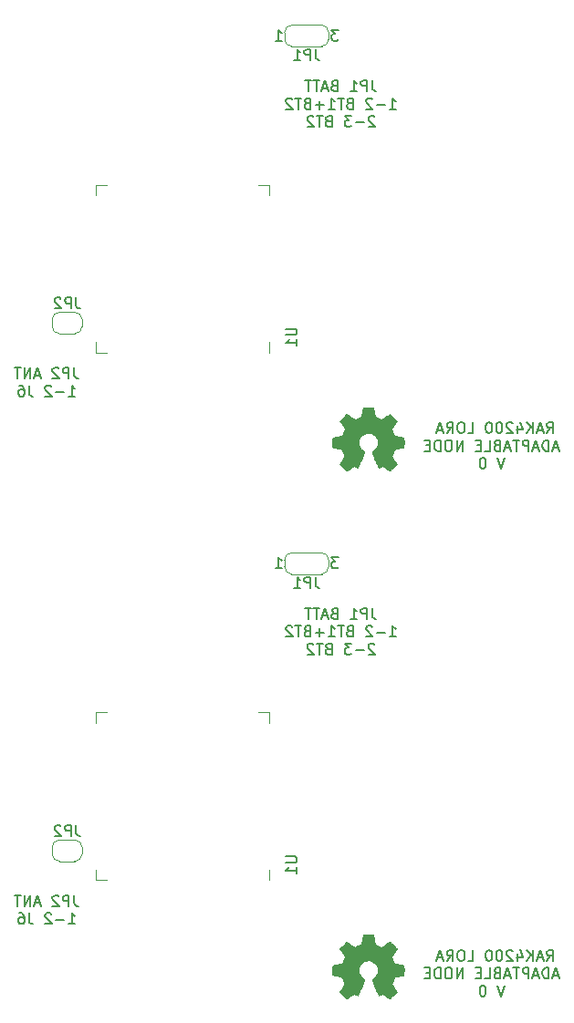
<source format=gbr>
G04 #@! TF.GenerationSoftware,KiCad,Pcbnew,5.1.5-52549c5~86~ubuntu18.04.1*
G04 #@! TF.CreationDate,2020-07-25T13:33:00-05:00*
G04 #@! TF.ProjectId,noname,6e6f6e61-6d65-42e6-9b69-6361645f7063,rev?*
G04 #@! TF.SameCoordinates,Original*
G04 #@! TF.FileFunction,Legend,Bot*
G04 #@! TF.FilePolarity,Positive*
%FSLAX46Y46*%
G04 Gerber Fmt 4.6, Leading zero omitted, Abs format (unit mm)*
G04 Created by KiCad (PCBNEW 5.1.5-52549c5~86~ubuntu18.04.1) date 2020-07-25 13:33:00*
%MOMM*%
%LPD*%
G04 APERTURE LIST*
%ADD10C,0.150000*%
%ADD11C,0.120000*%
%ADD12C,0.010000*%
%ADD13R,0.802000X2.002000*%
%ADD14C,0.100000*%
%ADD15C,1.802000*%
%ADD16O,1.802000X1.802000*%
%ADD17R,2.502000X2.502000*%
%ADD18C,2.502000*%
%ADD19C,3.102000*%
%ADD20C,2.742000*%
%ADD21C,2.102000*%
%ADD22R,1.102000X1.602000*%
G04 APERTURE END LIST*
D10*
X165162857Y-119557380D02*
X165496190Y-119081190D01*
X165734285Y-119557380D02*
X165734285Y-118557380D01*
X165353333Y-118557380D01*
X165258095Y-118605000D01*
X165210476Y-118652619D01*
X165162857Y-118747857D01*
X165162857Y-118890714D01*
X165210476Y-118985952D01*
X165258095Y-119033571D01*
X165353333Y-119081190D01*
X165734285Y-119081190D01*
X164781904Y-119271666D02*
X164305714Y-119271666D01*
X164877142Y-119557380D02*
X164543809Y-118557380D01*
X164210476Y-119557380D01*
X163877142Y-119557380D02*
X163877142Y-118557380D01*
X163305714Y-119557380D02*
X163734285Y-118985952D01*
X163305714Y-118557380D02*
X163877142Y-119128809D01*
X162448571Y-118890714D02*
X162448571Y-119557380D01*
X162686666Y-118509761D02*
X162924761Y-119224047D01*
X162305714Y-119224047D01*
X161972380Y-118652619D02*
X161924761Y-118605000D01*
X161829523Y-118557380D01*
X161591428Y-118557380D01*
X161496190Y-118605000D01*
X161448571Y-118652619D01*
X161400952Y-118747857D01*
X161400952Y-118843095D01*
X161448571Y-118985952D01*
X162020000Y-119557380D01*
X161400952Y-119557380D01*
X160781904Y-118557380D02*
X160686666Y-118557380D01*
X160591428Y-118605000D01*
X160543809Y-118652619D01*
X160496190Y-118747857D01*
X160448571Y-118938333D01*
X160448571Y-119176428D01*
X160496190Y-119366904D01*
X160543809Y-119462142D01*
X160591428Y-119509761D01*
X160686666Y-119557380D01*
X160781904Y-119557380D01*
X160877142Y-119509761D01*
X160924761Y-119462142D01*
X160972380Y-119366904D01*
X161020000Y-119176428D01*
X161020000Y-118938333D01*
X160972380Y-118747857D01*
X160924761Y-118652619D01*
X160877142Y-118605000D01*
X160781904Y-118557380D01*
X159829523Y-118557380D02*
X159734285Y-118557380D01*
X159639047Y-118605000D01*
X159591428Y-118652619D01*
X159543809Y-118747857D01*
X159496190Y-118938333D01*
X159496190Y-119176428D01*
X159543809Y-119366904D01*
X159591428Y-119462142D01*
X159639047Y-119509761D01*
X159734285Y-119557380D01*
X159829523Y-119557380D01*
X159924761Y-119509761D01*
X159972380Y-119462142D01*
X160020000Y-119366904D01*
X160067619Y-119176428D01*
X160067619Y-118938333D01*
X160020000Y-118747857D01*
X159972380Y-118652619D01*
X159924761Y-118605000D01*
X159829523Y-118557380D01*
X157829523Y-119557380D02*
X158305714Y-119557380D01*
X158305714Y-118557380D01*
X157305714Y-118557380D02*
X157115238Y-118557380D01*
X157020000Y-118605000D01*
X156924761Y-118700238D01*
X156877142Y-118890714D01*
X156877142Y-119224047D01*
X156924761Y-119414523D01*
X157020000Y-119509761D01*
X157115238Y-119557380D01*
X157305714Y-119557380D01*
X157400952Y-119509761D01*
X157496190Y-119414523D01*
X157543809Y-119224047D01*
X157543809Y-118890714D01*
X157496190Y-118700238D01*
X157400952Y-118605000D01*
X157305714Y-118557380D01*
X155877142Y-119557380D02*
X156210476Y-119081190D01*
X156448571Y-119557380D02*
X156448571Y-118557380D01*
X156067619Y-118557380D01*
X155972380Y-118605000D01*
X155924761Y-118652619D01*
X155877142Y-118747857D01*
X155877142Y-118890714D01*
X155924761Y-118985952D01*
X155972380Y-119033571D01*
X156067619Y-119081190D01*
X156448571Y-119081190D01*
X155496190Y-119271666D02*
X155020000Y-119271666D01*
X155591428Y-119557380D02*
X155258095Y-118557380D01*
X154924761Y-119557380D01*
X166234285Y-120921666D02*
X165758095Y-120921666D01*
X166329523Y-121207380D02*
X165996190Y-120207380D01*
X165662857Y-121207380D01*
X165329523Y-121207380D02*
X165329523Y-120207380D01*
X165091428Y-120207380D01*
X164948571Y-120255000D01*
X164853333Y-120350238D01*
X164805714Y-120445476D01*
X164758095Y-120635952D01*
X164758095Y-120778809D01*
X164805714Y-120969285D01*
X164853333Y-121064523D01*
X164948571Y-121159761D01*
X165091428Y-121207380D01*
X165329523Y-121207380D01*
X164377142Y-120921666D02*
X163900952Y-120921666D01*
X164472380Y-121207380D02*
X164139047Y-120207380D01*
X163805714Y-121207380D01*
X163472380Y-121207380D02*
X163472380Y-120207380D01*
X163091428Y-120207380D01*
X162996190Y-120255000D01*
X162948571Y-120302619D01*
X162900952Y-120397857D01*
X162900952Y-120540714D01*
X162948571Y-120635952D01*
X162996190Y-120683571D01*
X163091428Y-120731190D01*
X163472380Y-120731190D01*
X162615238Y-120207380D02*
X162043809Y-120207380D01*
X162329523Y-121207380D02*
X162329523Y-120207380D01*
X161758095Y-120921666D02*
X161281904Y-120921666D01*
X161853333Y-121207380D02*
X161520000Y-120207380D01*
X161186666Y-121207380D01*
X160520000Y-120683571D02*
X160377142Y-120731190D01*
X160329523Y-120778809D01*
X160281904Y-120874047D01*
X160281904Y-121016904D01*
X160329523Y-121112142D01*
X160377142Y-121159761D01*
X160472380Y-121207380D01*
X160853333Y-121207380D01*
X160853333Y-120207380D01*
X160520000Y-120207380D01*
X160424761Y-120255000D01*
X160377142Y-120302619D01*
X160329523Y-120397857D01*
X160329523Y-120493095D01*
X160377142Y-120588333D01*
X160424761Y-120635952D01*
X160520000Y-120683571D01*
X160853333Y-120683571D01*
X159377142Y-121207380D02*
X159853333Y-121207380D01*
X159853333Y-120207380D01*
X159043809Y-120683571D02*
X158710476Y-120683571D01*
X158567619Y-121207380D02*
X159043809Y-121207380D01*
X159043809Y-120207380D01*
X158567619Y-120207380D01*
X157377142Y-121207380D02*
X157377142Y-120207380D01*
X156805714Y-121207380D01*
X156805714Y-120207380D01*
X156139047Y-120207380D02*
X155948571Y-120207380D01*
X155853333Y-120255000D01*
X155758095Y-120350238D01*
X155710476Y-120540714D01*
X155710476Y-120874047D01*
X155758095Y-121064523D01*
X155853333Y-121159761D01*
X155948571Y-121207380D01*
X156139047Y-121207380D01*
X156234285Y-121159761D01*
X156329523Y-121064523D01*
X156377142Y-120874047D01*
X156377142Y-120540714D01*
X156329523Y-120350238D01*
X156234285Y-120255000D01*
X156139047Y-120207380D01*
X155281904Y-121207380D02*
X155281904Y-120207380D01*
X155043809Y-120207380D01*
X154900952Y-120255000D01*
X154805714Y-120350238D01*
X154758095Y-120445476D01*
X154710476Y-120635952D01*
X154710476Y-120778809D01*
X154758095Y-120969285D01*
X154805714Y-121064523D01*
X154900952Y-121159761D01*
X155043809Y-121207380D01*
X155281904Y-121207380D01*
X154281904Y-120683571D02*
X153948571Y-120683571D01*
X153805714Y-121207380D02*
X154281904Y-121207380D01*
X154281904Y-120207380D01*
X153805714Y-120207380D01*
X161210476Y-121857380D02*
X160877142Y-122857380D01*
X160543809Y-121857380D01*
X159258095Y-121857380D02*
X159162857Y-121857380D01*
X159067619Y-121905000D01*
X159020000Y-121952619D01*
X158972380Y-122047857D01*
X158924761Y-122238333D01*
X158924761Y-122476428D01*
X158972380Y-122666904D01*
X159020000Y-122762142D01*
X159067619Y-122809761D01*
X159162857Y-122857380D01*
X159258095Y-122857380D01*
X159353333Y-122809761D01*
X159400952Y-122762142D01*
X159448571Y-122666904D01*
X159496190Y-122476428D01*
X159496190Y-122238333D01*
X159448571Y-122047857D01*
X159400952Y-121952619D01*
X159353333Y-121905000D01*
X159258095Y-121857380D01*
X148954761Y-86807380D02*
X148954761Y-87521666D01*
X149002380Y-87664523D01*
X149097619Y-87759761D01*
X149240476Y-87807380D01*
X149335714Y-87807380D01*
X148478571Y-87807380D02*
X148478571Y-86807380D01*
X148097619Y-86807380D01*
X148002380Y-86855000D01*
X147954761Y-86902619D01*
X147907142Y-86997857D01*
X147907142Y-87140714D01*
X147954761Y-87235952D01*
X148002380Y-87283571D01*
X148097619Y-87331190D01*
X148478571Y-87331190D01*
X146954761Y-87807380D02*
X147526190Y-87807380D01*
X147240476Y-87807380D02*
X147240476Y-86807380D01*
X147335714Y-86950238D01*
X147430952Y-87045476D01*
X147526190Y-87093095D01*
X145430952Y-87283571D02*
X145288095Y-87331190D01*
X145240476Y-87378809D01*
X145192857Y-87474047D01*
X145192857Y-87616904D01*
X145240476Y-87712142D01*
X145288095Y-87759761D01*
X145383333Y-87807380D01*
X145764285Y-87807380D01*
X145764285Y-86807380D01*
X145430952Y-86807380D01*
X145335714Y-86855000D01*
X145288095Y-86902619D01*
X145240476Y-86997857D01*
X145240476Y-87093095D01*
X145288095Y-87188333D01*
X145335714Y-87235952D01*
X145430952Y-87283571D01*
X145764285Y-87283571D01*
X144811904Y-87521666D02*
X144335714Y-87521666D01*
X144907142Y-87807380D02*
X144573809Y-86807380D01*
X144240476Y-87807380D01*
X144050000Y-86807380D02*
X143478571Y-86807380D01*
X143764285Y-87807380D02*
X143764285Y-86807380D01*
X143288095Y-86807380D02*
X142716666Y-86807380D01*
X143002380Y-87807380D02*
X143002380Y-86807380D01*
X150573809Y-89457380D02*
X151145238Y-89457380D01*
X150859523Y-89457380D02*
X150859523Y-88457380D01*
X150954761Y-88600238D01*
X151050000Y-88695476D01*
X151145238Y-88743095D01*
X150145238Y-89076428D02*
X149383333Y-89076428D01*
X148954761Y-88552619D02*
X148907142Y-88505000D01*
X148811904Y-88457380D01*
X148573809Y-88457380D01*
X148478571Y-88505000D01*
X148430952Y-88552619D01*
X148383333Y-88647857D01*
X148383333Y-88743095D01*
X148430952Y-88885952D01*
X149002380Y-89457380D01*
X148383333Y-89457380D01*
X146859523Y-88933571D02*
X146716666Y-88981190D01*
X146669047Y-89028809D01*
X146621428Y-89124047D01*
X146621428Y-89266904D01*
X146669047Y-89362142D01*
X146716666Y-89409761D01*
X146811904Y-89457380D01*
X147192857Y-89457380D01*
X147192857Y-88457380D01*
X146859523Y-88457380D01*
X146764285Y-88505000D01*
X146716666Y-88552619D01*
X146669047Y-88647857D01*
X146669047Y-88743095D01*
X146716666Y-88838333D01*
X146764285Y-88885952D01*
X146859523Y-88933571D01*
X147192857Y-88933571D01*
X146335714Y-88457380D02*
X145764285Y-88457380D01*
X146050000Y-89457380D02*
X146050000Y-88457380D01*
X144907142Y-89457380D02*
X145478571Y-89457380D01*
X145192857Y-89457380D02*
X145192857Y-88457380D01*
X145288095Y-88600238D01*
X145383333Y-88695476D01*
X145478571Y-88743095D01*
X144478571Y-89076428D02*
X143716666Y-89076428D01*
X144097619Y-89457380D02*
X144097619Y-88695476D01*
X142907142Y-88933571D02*
X142764285Y-88981190D01*
X142716666Y-89028809D01*
X142669047Y-89124047D01*
X142669047Y-89266904D01*
X142716666Y-89362142D01*
X142764285Y-89409761D01*
X142859523Y-89457380D01*
X143240476Y-89457380D01*
X143240476Y-88457380D01*
X142907142Y-88457380D01*
X142811904Y-88505000D01*
X142764285Y-88552619D01*
X142716666Y-88647857D01*
X142716666Y-88743095D01*
X142764285Y-88838333D01*
X142811904Y-88885952D01*
X142907142Y-88933571D01*
X143240476Y-88933571D01*
X142383333Y-88457380D02*
X141811904Y-88457380D01*
X142097619Y-89457380D02*
X142097619Y-88457380D01*
X141526190Y-88552619D02*
X141478571Y-88505000D01*
X141383333Y-88457380D01*
X141145238Y-88457380D01*
X141050000Y-88505000D01*
X141002380Y-88552619D01*
X140954761Y-88647857D01*
X140954761Y-88743095D01*
X141002380Y-88885952D01*
X141573809Y-89457380D01*
X140954761Y-89457380D01*
X149169047Y-90202619D02*
X149121428Y-90155000D01*
X149026190Y-90107380D01*
X148788095Y-90107380D01*
X148692857Y-90155000D01*
X148645238Y-90202619D01*
X148597619Y-90297857D01*
X148597619Y-90393095D01*
X148645238Y-90535952D01*
X149216666Y-91107380D01*
X148597619Y-91107380D01*
X148169047Y-90726428D02*
X147407142Y-90726428D01*
X147026190Y-90107380D02*
X146407142Y-90107380D01*
X146740476Y-90488333D01*
X146597619Y-90488333D01*
X146502380Y-90535952D01*
X146454761Y-90583571D01*
X146407142Y-90678809D01*
X146407142Y-90916904D01*
X146454761Y-91012142D01*
X146502380Y-91059761D01*
X146597619Y-91107380D01*
X146883333Y-91107380D01*
X146978571Y-91059761D01*
X147026190Y-91012142D01*
X144883333Y-90583571D02*
X144740476Y-90631190D01*
X144692857Y-90678809D01*
X144645238Y-90774047D01*
X144645238Y-90916904D01*
X144692857Y-91012142D01*
X144740476Y-91059761D01*
X144835714Y-91107380D01*
X145216666Y-91107380D01*
X145216666Y-90107380D01*
X144883333Y-90107380D01*
X144788095Y-90155000D01*
X144740476Y-90202619D01*
X144692857Y-90297857D01*
X144692857Y-90393095D01*
X144740476Y-90488333D01*
X144788095Y-90535952D01*
X144883333Y-90583571D01*
X145216666Y-90583571D01*
X144359523Y-90107380D02*
X143788095Y-90107380D01*
X144073809Y-91107380D02*
X144073809Y-90107380D01*
X143502380Y-90202619D02*
X143454761Y-90155000D01*
X143359523Y-90107380D01*
X143121428Y-90107380D01*
X143026190Y-90155000D01*
X142978571Y-90202619D01*
X142930952Y-90297857D01*
X142930952Y-90393095D01*
X142978571Y-90535952D01*
X143550000Y-91107380D01*
X142930952Y-91107380D01*
X121292619Y-113477380D02*
X121292619Y-114191666D01*
X121340238Y-114334523D01*
X121435476Y-114429761D01*
X121578333Y-114477380D01*
X121673571Y-114477380D01*
X120816428Y-114477380D02*
X120816428Y-113477380D01*
X120435476Y-113477380D01*
X120340238Y-113525000D01*
X120292619Y-113572619D01*
X120245000Y-113667857D01*
X120245000Y-113810714D01*
X120292619Y-113905952D01*
X120340238Y-113953571D01*
X120435476Y-114001190D01*
X120816428Y-114001190D01*
X119864047Y-113572619D02*
X119816428Y-113525000D01*
X119721190Y-113477380D01*
X119483095Y-113477380D01*
X119387857Y-113525000D01*
X119340238Y-113572619D01*
X119292619Y-113667857D01*
X119292619Y-113763095D01*
X119340238Y-113905952D01*
X119911666Y-114477380D01*
X119292619Y-114477380D01*
X118149761Y-114191666D02*
X117673571Y-114191666D01*
X118245000Y-114477380D02*
X117911666Y-113477380D01*
X117578333Y-114477380D01*
X117245000Y-114477380D02*
X117245000Y-113477380D01*
X116673571Y-114477380D01*
X116673571Y-113477380D01*
X116340238Y-113477380D02*
X115768809Y-113477380D01*
X116054523Y-114477380D02*
X116054523Y-113477380D01*
X120792619Y-116127380D02*
X121364047Y-116127380D01*
X121078333Y-116127380D02*
X121078333Y-115127380D01*
X121173571Y-115270238D01*
X121268809Y-115365476D01*
X121364047Y-115413095D01*
X120364047Y-115746428D02*
X119602142Y-115746428D01*
X119173571Y-115222619D02*
X119125952Y-115175000D01*
X119030714Y-115127380D01*
X118792619Y-115127380D01*
X118697380Y-115175000D01*
X118649761Y-115222619D01*
X118602142Y-115317857D01*
X118602142Y-115413095D01*
X118649761Y-115555952D01*
X119221190Y-116127380D01*
X118602142Y-116127380D01*
X117125952Y-115127380D02*
X117125952Y-115841666D01*
X117173571Y-115984523D01*
X117268809Y-116079761D01*
X117411666Y-116127380D01*
X117506904Y-116127380D01*
X116221190Y-115127380D02*
X116411666Y-115127380D01*
X116506904Y-115175000D01*
X116554523Y-115222619D01*
X116649761Y-115365476D01*
X116697380Y-115555952D01*
X116697380Y-115936904D01*
X116649761Y-116032142D01*
X116602142Y-116079761D01*
X116506904Y-116127380D01*
X116316428Y-116127380D01*
X116221190Y-116079761D01*
X116173571Y-116032142D01*
X116125952Y-115936904D01*
X116125952Y-115698809D01*
X116173571Y-115603571D01*
X116221190Y-115555952D01*
X116316428Y-115508333D01*
X116506904Y-115508333D01*
X116602142Y-115555952D01*
X116649761Y-115603571D01*
X116697380Y-115698809D01*
X121292619Y-64477380D02*
X121292619Y-65191666D01*
X121340238Y-65334523D01*
X121435476Y-65429761D01*
X121578333Y-65477380D01*
X121673571Y-65477380D01*
X120816428Y-65477380D02*
X120816428Y-64477380D01*
X120435476Y-64477380D01*
X120340238Y-64525000D01*
X120292619Y-64572619D01*
X120245000Y-64667857D01*
X120245000Y-64810714D01*
X120292619Y-64905952D01*
X120340238Y-64953571D01*
X120435476Y-65001190D01*
X120816428Y-65001190D01*
X119864047Y-64572619D02*
X119816428Y-64525000D01*
X119721190Y-64477380D01*
X119483095Y-64477380D01*
X119387857Y-64525000D01*
X119340238Y-64572619D01*
X119292619Y-64667857D01*
X119292619Y-64763095D01*
X119340238Y-64905952D01*
X119911666Y-65477380D01*
X119292619Y-65477380D01*
X118149761Y-65191666D02*
X117673571Y-65191666D01*
X118245000Y-65477380D02*
X117911666Y-64477380D01*
X117578333Y-65477380D01*
X117245000Y-65477380D02*
X117245000Y-64477380D01*
X116673571Y-65477380D01*
X116673571Y-64477380D01*
X116340238Y-64477380D02*
X115768809Y-64477380D01*
X116054523Y-65477380D02*
X116054523Y-64477380D01*
X120792619Y-67127380D02*
X121364047Y-67127380D01*
X121078333Y-67127380D02*
X121078333Y-66127380D01*
X121173571Y-66270238D01*
X121268809Y-66365476D01*
X121364047Y-66413095D01*
X120364047Y-66746428D02*
X119602142Y-66746428D01*
X119173571Y-66222619D02*
X119125952Y-66175000D01*
X119030714Y-66127380D01*
X118792619Y-66127380D01*
X118697380Y-66175000D01*
X118649761Y-66222619D01*
X118602142Y-66317857D01*
X118602142Y-66413095D01*
X118649761Y-66555952D01*
X119221190Y-67127380D01*
X118602142Y-67127380D01*
X117125952Y-66127380D02*
X117125952Y-66841666D01*
X117173571Y-66984523D01*
X117268809Y-67079761D01*
X117411666Y-67127380D01*
X117506904Y-67127380D01*
X116221190Y-66127380D02*
X116411666Y-66127380D01*
X116506904Y-66175000D01*
X116554523Y-66222619D01*
X116649761Y-66365476D01*
X116697380Y-66555952D01*
X116697380Y-66936904D01*
X116649761Y-67032142D01*
X116602142Y-67079761D01*
X116506904Y-67127380D01*
X116316428Y-67127380D01*
X116221190Y-67079761D01*
X116173571Y-67032142D01*
X116125952Y-66936904D01*
X116125952Y-66698809D01*
X116173571Y-66603571D01*
X116221190Y-66555952D01*
X116316428Y-66508333D01*
X116506904Y-66508333D01*
X116602142Y-66555952D01*
X116649761Y-66603571D01*
X116697380Y-66698809D01*
X148954761Y-37807380D02*
X148954761Y-38521666D01*
X149002380Y-38664523D01*
X149097619Y-38759761D01*
X149240476Y-38807380D01*
X149335714Y-38807380D01*
X148478571Y-38807380D02*
X148478571Y-37807380D01*
X148097619Y-37807380D01*
X148002380Y-37855000D01*
X147954761Y-37902619D01*
X147907142Y-37997857D01*
X147907142Y-38140714D01*
X147954761Y-38235952D01*
X148002380Y-38283571D01*
X148097619Y-38331190D01*
X148478571Y-38331190D01*
X146954761Y-38807380D02*
X147526190Y-38807380D01*
X147240476Y-38807380D02*
X147240476Y-37807380D01*
X147335714Y-37950238D01*
X147430952Y-38045476D01*
X147526190Y-38093095D01*
X145430952Y-38283571D02*
X145288095Y-38331190D01*
X145240476Y-38378809D01*
X145192857Y-38474047D01*
X145192857Y-38616904D01*
X145240476Y-38712142D01*
X145288095Y-38759761D01*
X145383333Y-38807380D01*
X145764285Y-38807380D01*
X145764285Y-37807380D01*
X145430952Y-37807380D01*
X145335714Y-37855000D01*
X145288095Y-37902619D01*
X145240476Y-37997857D01*
X145240476Y-38093095D01*
X145288095Y-38188333D01*
X145335714Y-38235952D01*
X145430952Y-38283571D01*
X145764285Y-38283571D01*
X144811904Y-38521666D02*
X144335714Y-38521666D01*
X144907142Y-38807380D02*
X144573809Y-37807380D01*
X144240476Y-38807380D01*
X144050000Y-37807380D02*
X143478571Y-37807380D01*
X143764285Y-38807380D02*
X143764285Y-37807380D01*
X143288095Y-37807380D02*
X142716666Y-37807380D01*
X143002380Y-38807380D02*
X143002380Y-37807380D01*
X150573809Y-40457380D02*
X151145238Y-40457380D01*
X150859523Y-40457380D02*
X150859523Y-39457380D01*
X150954761Y-39600238D01*
X151050000Y-39695476D01*
X151145238Y-39743095D01*
X150145238Y-40076428D02*
X149383333Y-40076428D01*
X148954761Y-39552619D02*
X148907142Y-39505000D01*
X148811904Y-39457380D01*
X148573809Y-39457380D01*
X148478571Y-39505000D01*
X148430952Y-39552619D01*
X148383333Y-39647857D01*
X148383333Y-39743095D01*
X148430952Y-39885952D01*
X149002380Y-40457380D01*
X148383333Y-40457380D01*
X146859523Y-39933571D02*
X146716666Y-39981190D01*
X146669047Y-40028809D01*
X146621428Y-40124047D01*
X146621428Y-40266904D01*
X146669047Y-40362142D01*
X146716666Y-40409761D01*
X146811904Y-40457380D01*
X147192857Y-40457380D01*
X147192857Y-39457380D01*
X146859523Y-39457380D01*
X146764285Y-39505000D01*
X146716666Y-39552619D01*
X146669047Y-39647857D01*
X146669047Y-39743095D01*
X146716666Y-39838333D01*
X146764285Y-39885952D01*
X146859523Y-39933571D01*
X147192857Y-39933571D01*
X146335714Y-39457380D02*
X145764285Y-39457380D01*
X146050000Y-40457380D02*
X146050000Y-39457380D01*
X144907142Y-40457380D02*
X145478571Y-40457380D01*
X145192857Y-40457380D02*
X145192857Y-39457380D01*
X145288095Y-39600238D01*
X145383333Y-39695476D01*
X145478571Y-39743095D01*
X144478571Y-40076428D02*
X143716666Y-40076428D01*
X144097619Y-40457380D02*
X144097619Y-39695476D01*
X142907142Y-39933571D02*
X142764285Y-39981190D01*
X142716666Y-40028809D01*
X142669047Y-40124047D01*
X142669047Y-40266904D01*
X142716666Y-40362142D01*
X142764285Y-40409761D01*
X142859523Y-40457380D01*
X143240476Y-40457380D01*
X143240476Y-39457380D01*
X142907142Y-39457380D01*
X142811904Y-39505000D01*
X142764285Y-39552619D01*
X142716666Y-39647857D01*
X142716666Y-39743095D01*
X142764285Y-39838333D01*
X142811904Y-39885952D01*
X142907142Y-39933571D01*
X143240476Y-39933571D01*
X142383333Y-39457380D02*
X141811904Y-39457380D01*
X142097619Y-40457380D02*
X142097619Y-39457380D01*
X141526190Y-39552619D02*
X141478571Y-39505000D01*
X141383333Y-39457380D01*
X141145238Y-39457380D01*
X141050000Y-39505000D01*
X141002380Y-39552619D01*
X140954761Y-39647857D01*
X140954761Y-39743095D01*
X141002380Y-39885952D01*
X141573809Y-40457380D01*
X140954761Y-40457380D01*
X149169047Y-41202619D02*
X149121428Y-41155000D01*
X149026190Y-41107380D01*
X148788095Y-41107380D01*
X148692857Y-41155000D01*
X148645238Y-41202619D01*
X148597619Y-41297857D01*
X148597619Y-41393095D01*
X148645238Y-41535952D01*
X149216666Y-42107380D01*
X148597619Y-42107380D01*
X148169047Y-41726428D02*
X147407142Y-41726428D01*
X147026190Y-41107380D02*
X146407142Y-41107380D01*
X146740476Y-41488333D01*
X146597619Y-41488333D01*
X146502380Y-41535952D01*
X146454761Y-41583571D01*
X146407142Y-41678809D01*
X146407142Y-41916904D01*
X146454761Y-42012142D01*
X146502380Y-42059761D01*
X146597619Y-42107380D01*
X146883333Y-42107380D01*
X146978571Y-42059761D01*
X147026190Y-42012142D01*
X144883333Y-41583571D02*
X144740476Y-41631190D01*
X144692857Y-41678809D01*
X144645238Y-41774047D01*
X144645238Y-41916904D01*
X144692857Y-42012142D01*
X144740476Y-42059761D01*
X144835714Y-42107380D01*
X145216666Y-42107380D01*
X145216666Y-41107380D01*
X144883333Y-41107380D01*
X144788095Y-41155000D01*
X144740476Y-41202619D01*
X144692857Y-41297857D01*
X144692857Y-41393095D01*
X144740476Y-41488333D01*
X144788095Y-41535952D01*
X144883333Y-41583571D01*
X145216666Y-41583571D01*
X144359523Y-41107380D02*
X143788095Y-41107380D01*
X144073809Y-42107380D02*
X144073809Y-41107380D01*
X143502380Y-41202619D02*
X143454761Y-41155000D01*
X143359523Y-41107380D01*
X143121428Y-41107380D01*
X143026190Y-41155000D01*
X142978571Y-41202619D01*
X142930952Y-41297857D01*
X142930952Y-41393095D01*
X142978571Y-41535952D01*
X143550000Y-42107380D01*
X142930952Y-42107380D01*
X165162857Y-70557380D02*
X165496190Y-70081190D01*
X165734285Y-70557380D02*
X165734285Y-69557380D01*
X165353333Y-69557380D01*
X165258095Y-69605000D01*
X165210476Y-69652619D01*
X165162857Y-69747857D01*
X165162857Y-69890714D01*
X165210476Y-69985952D01*
X165258095Y-70033571D01*
X165353333Y-70081190D01*
X165734285Y-70081190D01*
X164781904Y-70271666D02*
X164305714Y-70271666D01*
X164877142Y-70557380D02*
X164543809Y-69557380D01*
X164210476Y-70557380D01*
X163877142Y-70557380D02*
X163877142Y-69557380D01*
X163305714Y-70557380D02*
X163734285Y-69985952D01*
X163305714Y-69557380D02*
X163877142Y-70128809D01*
X162448571Y-69890714D02*
X162448571Y-70557380D01*
X162686666Y-69509761D02*
X162924761Y-70224047D01*
X162305714Y-70224047D01*
X161972380Y-69652619D02*
X161924761Y-69605000D01*
X161829523Y-69557380D01*
X161591428Y-69557380D01*
X161496190Y-69605000D01*
X161448571Y-69652619D01*
X161400952Y-69747857D01*
X161400952Y-69843095D01*
X161448571Y-69985952D01*
X162020000Y-70557380D01*
X161400952Y-70557380D01*
X160781904Y-69557380D02*
X160686666Y-69557380D01*
X160591428Y-69605000D01*
X160543809Y-69652619D01*
X160496190Y-69747857D01*
X160448571Y-69938333D01*
X160448571Y-70176428D01*
X160496190Y-70366904D01*
X160543809Y-70462142D01*
X160591428Y-70509761D01*
X160686666Y-70557380D01*
X160781904Y-70557380D01*
X160877142Y-70509761D01*
X160924761Y-70462142D01*
X160972380Y-70366904D01*
X161020000Y-70176428D01*
X161020000Y-69938333D01*
X160972380Y-69747857D01*
X160924761Y-69652619D01*
X160877142Y-69605000D01*
X160781904Y-69557380D01*
X159829523Y-69557380D02*
X159734285Y-69557380D01*
X159639047Y-69605000D01*
X159591428Y-69652619D01*
X159543809Y-69747857D01*
X159496190Y-69938333D01*
X159496190Y-70176428D01*
X159543809Y-70366904D01*
X159591428Y-70462142D01*
X159639047Y-70509761D01*
X159734285Y-70557380D01*
X159829523Y-70557380D01*
X159924761Y-70509761D01*
X159972380Y-70462142D01*
X160020000Y-70366904D01*
X160067619Y-70176428D01*
X160067619Y-69938333D01*
X160020000Y-69747857D01*
X159972380Y-69652619D01*
X159924761Y-69605000D01*
X159829523Y-69557380D01*
X157829523Y-70557380D02*
X158305714Y-70557380D01*
X158305714Y-69557380D01*
X157305714Y-69557380D02*
X157115238Y-69557380D01*
X157020000Y-69605000D01*
X156924761Y-69700238D01*
X156877142Y-69890714D01*
X156877142Y-70224047D01*
X156924761Y-70414523D01*
X157020000Y-70509761D01*
X157115238Y-70557380D01*
X157305714Y-70557380D01*
X157400952Y-70509761D01*
X157496190Y-70414523D01*
X157543809Y-70224047D01*
X157543809Y-69890714D01*
X157496190Y-69700238D01*
X157400952Y-69605000D01*
X157305714Y-69557380D01*
X155877142Y-70557380D02*
X156210476Y-70081190D01*
X156448571Y-70557380D02*
X156448571Y-69557380D01*
X156067619Y-69557380D01*
X155972380Y-69605000D01*
X155924761Y-69652619D01*
X155877142Y-69747857D01*
X155877142Y-69890714D01*
X155924761Y-69985952D01*
X155972380Y-70033571D01*
X156067619Y-70081190D01*
X156448571Y-70081190D01*
X155496190Y-70271666D02*
X155020000Y-70271666D01*
X155591428Y-70557380D02*
X155258095Y-69557380D01*
X154924761Y-70557380D01*
X166234285Y-71921666D02*
X165758095Y-71921666D01*
X166329523Y-72207380D02*
X165996190Y-71207380D01*
X165662857Y-72207380D01*
X165329523Y-72207380D02*
X165329523Y-71207380D01*
X165091428Y-71207380D01*
X164948571Y-71255000D01*
X164853333Y-71350238D01*
X164805714Y-71445476D01*
X164758095Y-71635952D01*
X164758095Y-71778809D01*
X164805714Y-71969285D01*
X164853333Y-72064523D01*
X164948571Y-72159761D01*
X165091428Y-72207380D01*
X165329523Y-72207380D01*
X164377142Y-71921666D02*
X163900952Y-71921666D01*
X164472380Y-72207380D02*
X164139047Y-71207380D01*
X163805714Y-72207380D01*
X163472380Y-72207380D02*
X163472380Y-71207380D01*
X163091428Y-71207380D01*
X162996190Y-71255000D01*
X162948571Y-71302619D01*
X162900952Y-71397857D01*
X162900952Y-71540714D01*
X162948571Y-71635952D01*
X162996190Y-71683571D01*
X163091428Y-71731190D01*
X163472380Y-71731190D01*
X162615238Y-71207380D02*
X162043809Y-71207380D01*
X162329523Y-72207380D02*
X162329523Y-71207380D01*
X161758095Y-71921666D02*
X161281904Y-71921666D01*
X161853333Y-72207380D02*
X161520000Y-71207380D01*
X161186666Y-72207380D01*
X160520000Y-71683571D02*
X160377142Y-71731190D01*
X160329523Y-71778809D01*
X160281904Y-71874047D01*
X160281904Y-72016904D01*
X160329523Y-72112142D01*
X160377142Y-72159761D01*
X160472380Y-72207380D01*
X160853333Y-72207380D01*
X160853333Y-71207380D01*
X160520000Y-71207380D01*
X160424761Y-71255000D01*
X160377142Y-71302619D01*
X160329523Y-71397857D01*
X160329523Y-71493095D01*
X160377142Y-71588333D01*
X160424761Y-71635952D01*
X160520000Y-71683571D01*
X160853333Y-71683571D01*
X159377142Y-72207380D02*
X159853333Y-72207380D01*
X159853333Y-71207380D01*
X159043809Y-71683571D02*
X158710476Y-71683571D01*
X158567619Y-72207380D02*
X159043809Y-72207380D01*
X159043809Y-71207380D01*
X158567619Y-71207380D01*
X157377142Y-72207380D02*
X157377142Y-71207380D01*
X156805714Y-72207380D01*
X156805714Y-71207380D01*
X156139047Y-71207380D02*
X155948571Y-71207380D01*
X155853333Y-71255000D01*
X155758095Y-71350238D01*
X155710476Y-71540714D01*
X155710476Y-71874047D01*
X155758095Y-72064523D01*
X155853333Y-72159761D01*
X155948571Y-72207380D01*
X156139047Y-72207380D01*
X156234285Y-72159761D01*
X156329523Y-72064523D01*
X156377142Y-71874047D01*
X156377142Y-71540714D01*
X156329523Y-71350238D01*
X156234285Y-71255000D01*
X156139047Y-71207380D01*
X155281904Y-72207380D02*
X155281904Y-71207380D01*
X155043809Y-71207380D01*
X154900952Y-71255000D01*
X154805714Y-71350238D01*
X154758095Y-71445476D01*
X154710476Y-71635952D01*
X154710476Y-71778809D01*
X154758095Y-71969285D01*
X154805714Y-72064523D01*
X154900952Y-72159761D01*
X155043809Y-72207380D01*
X155281904Y-72207380D01*
X154281904Y-71683571D02*
X153948571Y-71683571D01*
X153805714Y-72207380D02*
X154281904Y-72207380D01*
X154281904Y-71207380D01*
X153805714Y-71207380D01*
X161210476Y-72857380D02*
X160877142Y-73857380D01*
X160543809Y-72857380D01*
X159258095Y-72857380D02*
X159162857Y-72857380D01*
X159067619Y-72905000D01*
X159020000Y-72952619D01*
X158972380Y-73047857D01*
X158924761Y-73238333D01*
X158924761Y-73476428D01*
X158972380Y-73666904D01*
X159020000Y-73762142D01*
X159067619Y-73809761D01*
X159162857Y-73857380D01*
X159258095Y-73857380D01*
X159353333Y-73809761D01*
X159400952Y-73762142D01*
X159448571Y-73666904D01*
X159496190Y-73476428D01*
X159496190Y-73238333D01*
X159448571Y-73047857D01*
X159400952Y-72952619D01*
X159353333Y-72905000D01*
X159258095Y-72857380D01*
D11*
X139405000Y-112085000D02*
X139405000Y-111085000D01*
X138405000Y-96485000D02*
X139405000Y-96485000D01*
X139405000Y-96485000D02*
X139405000Y-97485000D01*
X124305000Y-112085000D02*
X123305000Y-112085000D01*
X123305000Y-111085000D02*
X123305000Y-112085000D01*
X124305000Y-96485000D02*
X123305000Y-96485000D01*
X123305000Y-97485000D02*
X123305000Y-96485000D01*
X119950000Y-108325000D02*
G75*
G03X119250000Y-109025000I0J-700000D01*
G01*
X119250000Y-109625000D02*
G75*
G03X119950000Y-110325000I700000J0D01*
G01*
X121350000Y-110325000D02*
G75*
G03X122050000Y-109625000I0J700000D01*
G01*
X122050000Y-109025000D02*
G75*
G03X121350000Y-108325000I-700000J0D01*
G01*
X122050000Y-109625000D02*
X122050000Y-109025000D01*
X119950000Y-110325000D02*
X121350000Y-110325000D01*
X119250000Y-109025000D02*
X119250000Y-109625000D01*
X121350000Y-108325000D02*
X119950000Y-108325000D01*
D12*
G36*
X148034186Y-117588931D02*
G01*
X147950365Y-118033555D01*
X147641080Y-118161053D01*
X147331794Y-118288551D01*
X146960754Y-118036246D01*
X146856843Y-117965996D01*
X146762913Y-117903272D01*
X146683348Y-117850938D01*
X146622530Y-117811857D01*
X146584843Y-117788893D01*
X146574579Y-117783942D01*
X146556090Y-117796676D01*
X146516580Y-117831882D01*
X146460478Y-117885062D01*
X146392213Y-117951718D01*
X146316214Y-118027354D01*
X146236908Y-118107472D01*
X146158725Y-118187574D01*
X146086093Y-118263164D01*
X146023441Y-118329745D01*
X145975197Y-118382818D01*
X145945790Y-118417887D01*
X145938759Y-118429623D01*
X145948877Y-118451260D01*
X145977241Y-118498662D01*
X146020871Y-118567193D01*
X146076782Y-118652215D01*
X146141994Y-118749093D01*
X146179781Y-118804350D01*
X146248657Y-118905248D01*
X146309860Y-118996299D01*
X146360422Y-119072970D01*
X146397372Y-119130728D01*
X146417742Y-119165043D01*
X146420803Y-119172254D01*
X146413864Y-119192748D01*
X146394949Y-119240513D01*
X146366913Y-119308832D01*
X146332609Y-119390989D01*
X146294891Y-119480270D01*
X146256613Y-119569958D01*
X146220630Y-119653338D01*
X146189794Y-119723694D01*
X146166961Y-119774310D01*
X146154983Y-119798471D01*
X146154276Y-119799422D01*
X146135469Y-119804036D01*
X146085382Y-119814328D01*
X146009207Y-119829287D01*
X145912135Y-119847901D01*
X145799357Y-119869159D01*
X145733558Y-119881418D01*
X145613050Y-119904362D01*
X145504203Y-119926195D01*
X145412524Y-119945722D01*
X145343519Y-119961748D01*
X145302696Y-119973079D01*
X145294489Y-119976674D01*
X145286452Y-120001006D01*
X145279967Y-120055959D01*
X145275030Y-120135108D01*
X145271636Y-120232026D01*
X145269782Y-120340287D01*
X145269462Y-120453465D01*
X145270673Y-120565135D01*
X145273410Y-120668868D01*
X145277669Y-120758241D01*
X145283445Y-120826826D01*
X145290733Y-120868197D01*
X145295105Y-120876810D01*
X145321236Y-120887133D01*
X145376607Y-120901892D01*
X145453893Y-120919352D01*
X145545770Y-120937780D01*
X145577842Y-120943741D01*
X145732476Y-120972066D01*
X145854625Y-120994876D01*
X145948327Y-121013080D01*
X146017616Y-121027583D01*
X146066529Y-121039292D01*
X146099103Y-121049115D01*
X146119372Y-121057956D01*
X146131374Y-121066724D01*
X146133053Y-121068457D01*
X146149816Y-121096371D01*
X146175386Y-121150695D01*
X146207212Y-121224777D01*
X146242740Y-121311965D01*
X146279417Y-121405608D01*
X146314689Y-121499052D01*
X146346004Y-121585647D01*
X146370807Y-121658740D01*
X146386546Y-121711678D01*
X146390668Y-121737811D01*
X146390324Y-121738726D01*
X146376359Y-121760086D01*
X146344678Y-121807084D01*
X146298609Y-121874827D01*
X146241482Y-121958423D01*
X146176627Y-122052982D01*
X146158157Y-122079854D01*
X146092301Y-122177275D01*
X146034350Y-122266163D01*
X145987462Y-122341412D01*
X145954793Y-122397920D01*
X145939500Y-122430581D01*
X145938759Y-122434593D01*
X145951608Y-122455684D01*
X145987112Y-122497464D01*
X146040707Y-122555445D01*
X146107829Y-122625135D01*
X146183913Y-122702045D01*
X146264396Y-122781683D01*
X146344713Y-122859561D01*
X146420301Y-122931186D01*
X146486595Y-122992070D01*
X146539031Y-123037721D01*
X146573045Y-123063650D01*
X146582455Y-123067883D01*
X146604357Y-123057912D01*
X146649200Y-123031020D01*
X146709679Y-122991736D01*
X146756211Y-122960117D01*
X146840525Y-122902098D01*
X146940374Y-122833784D01*
X147040527Y-122765579D01*
X147094373Y-122729075D01*
X147276629Y-122605800D01*
X147429619Y-122688520D01*
X147499318Y-122724759D01*
X147558586Y-122752926D01*
X147598689Y-122768991D01*
X147608897Y-122771226D01*
X147621171Y-122754722D01*
X147645387Y-122708082D01*
X147679737Y-122635609D01*
X147722412Y-122541606D01*
X147771606Y-122430374D01*
X147825510Y-122306215D01*
X147882316Y-122173432D01*
X147940218Y-122036327D01*
X147997407Y-121899202D01*
X148052076Y-121766358D01*
X148102416Y-121642098D01*
X148146620Y-121530725D01*
X148182881Y-121436539D01*
X148209391Y-121363844D01*
X148224342Y-121316941D01*
X148226746Y-121300833D01*
X148207689Y-121280286D01*
X148165964Y-121246933D01*
X148110294Y-121207702D01*
X148105622Y-121204599D01*
X147961736Y-121089423D01*
X147845717Y-120955053D01*
X147758570Y-120805784D01*
X147701301Y-120645913D01*
X147674914Y-120479737D01*
X147680415Y-120311552D01*
X147718810Y-120145655D01*
X147791105Y-119986342D01*
X147812374Y-119951487D01*
X147923004Y-119810737D01*
X148053698Y-119697714D01*
X148199936Y-119613003D01*
X148357192Y-119557194D01*
X148520943Y-119530874D01*
X148686667Y-119534630D01*
X148849838Y-119569050D01*
X149005935Y-119634723D01*
X149150433Y-119732235D01*
X149195131Y-119771813D01*
X149308888Y-119895703D01*
X149391782Y-120026124D01*
X149448644Y-120172315D01*
X149480313Y-120317088D01*
X149488131Y-120479860D01*
X149462062Y-120643440D01*
X149404755Y-120802298D01*
X149318856Y-120950906D01*
X149207014Y-121083735D01*
X149071877Y-121195256D01*
X149054117Y-121207011D01*
X148997850Y-121245508D01*
X148955077Y-121278863D01*
X148934628Y-121300160D01*
X148934331Y-121300833D01*
X148938721Y-121323871D01*
X148956124Y-121376157D01*
X148984732Y-121453390D01*
X149022735Y-121551268D01*
X149068326Y-121665491D01*
X149119697Y-121791758D01*
X149175038Y-121925767D01*
X149232542Y-122063218D01*
X149290399Y-122199808D01*
X149346802Y-122331237D01*
X149399942Y-122453205D01*
X149448010Y-122561409D01*
X149489199Y-122651549D01*
X149521699Y-122719323D01*
X149543703Y-122760430D01*
X149552564Y-122771226D01*
X149579640Y-122762819D01*
X149630303Y-122740272D01*
X149695817Y-122707613D01*
X149731841Y-122688520D01*
X149884832Y-122605800D01*
X150067088Y-122729075D01*
X150160125Y-122792228D01*
X150261985Y-122861727D01*
X150357438Y-122927165D01*
X150405250Y-122960117D01*
X150472495Y-123005273D01*
X150529436Y-123041057D01*
X150568646Y-123062938D01*
X150581381Y-123067563D01*
X150599917Y-123055085D01*
X150640941Y-123020252D01*
X150700475Y-122966678D01*
X150774542Y-122897983D01*
X150859165Y-122817781D01*
X150912685Y-122766286D01*
X151006319Y-122674286D01*
X151087241Y-122591999D01*
X151152177Y-122522945D01*
X151197858Y-122470644D01*
X151221011Y-122438616D01*
X151223232Y-122432116D01*
X151212924Y-122407394D01*
X151184439Y-122357405D01*
X151140937Y-122287212D01*
X151085577Y-122201875D01*
X151021520Y-122106456D01*
X151003303Y-122079854D01*
X150936927Y-121983167D01*
X150877378Y-121896117D01*
X150827984Y-121823595D01*
X150792075Y-121770493D01*
X150772981Y-121741703D01*
X150771136Y-121738726D01*
X150773895Y-121715782D01*
X150788538Y-121665336D01*
X150812513Y-121594041D01*
X150843266Y-121508547D01*
X150878244Y-121415507D01*
X150914893Y-121321574D01*
X150950661Y-121233399D01*
X150982994Y-121157634D01*
X151009338Y-121100931D01*
X151027142Y-121069943D01*
X151028407Y-121068457D01*
X151039294Y-121059601D01*
X151057682Y-121050843D01*
X151087606Y-121041277D01*
X151133103Y-121029996D01*
X151198209Y-121016093D01*
X151286961Y-120998663D01*
X151403393Y-120976798D01*
X151551542Y-120949591D01*
X151583618Y-120943741D01*
X151678686Y-120925374D01*
X151761565Y-120907405D01*
X151824930Y-120891569D01*
X151861458Y-120879600D01*
X151866356Y-120876810D01*
X151874427Y-120852072D01*
X151880987Y-120796790D01*
X151886033Y-120717389D01*
X151889559Y-120620296D01*
X151891561Y-120511938D01*
X151892036Y-120398740D01*
X151890977Y-120287128D01*
X151888382Y-120183529D01*
X151884246Y-120094368D01*
X151878563Y-120026072D01*
X151871331Y-119985066D01*
X151866971Y-119976674D01*
X151842698Y-119968208D01*
X151787426Y-119954435D01*
X151706662Y-119936550D01*
X151605912Y-119915748D01*
X151490683Y-119893223D01*
X151427902Y-119881418D01*
X151308787Y-119859151D01*
X151202565Y-119838979D01*
X151114427Y-119821915D01*
X151049566Y-119808969D01*
X151013174Y-119801155D01*
X151007184Y-119799422D01*
X150997061Y-119779890D01*
X150975662Y-119732843D01*
X150945839Y-119665003D01*
X150910445Y-119583091D01*
X150872332Y-119493828D01*
X150834353Y-119403935D01*
X150799360Y-119320135D01*
X150770206Y-119249147D01*
X150749743Y-119197694D01*
X150740823Y-119172497D01*
X150740657Y-119171396D01*
X150750769Y-119151519D01*
X150779117Y-119105777D01*
X150822723Y-119038717D01*
X150878606Y-118954884D01*
X150943787Y-118858826D01*
X150981679Y-118803650D01*
X151050725Y-118702481D01*
X151112050Y-118610630D01*
X151162663Y-118532744D01*
X151199571Y-118473469D01*
X151219782Y-118437451D01*
X151222701Y-118429377D01*
X151210153Y-118410584D01*
X151175463Y-118370457D01*
X151123063Y-118313493D01*
X151057384Y-118244185D01*
X150982856Y-118167031D01*
X150903913Y-118086525D01*
X150824983Y-118007163D01*
X150750500Y-117933440D01*
X150684894Y-117869852D01*
X150632596Y-117820894D01*
X150598039Y-117791061D01*
X150586478Y-117783942D01*
X150567654Y-117793953D01*
X150522631Y-117822078D01*
X150455787Y-117865454D01*
X150371499Y-117921218D01*
X150274144Y-117986506D01*
X150200707Y-118036246D01*
X149829667Y-118288551D01*
X149211095Y-118033555D01*
X149127275Y-117588931D01*
X149043454Y-117144307D01*
X148118006Y-117144307D01*
X148034186Y-117588931D01*
G37*
X148034186Y-117588931D02*
X147950365Y-118033555D01*
X147641080Y-118161053D01*
X147331794Y-118288551D01*
X146960754Y-118036246D01*
X146856843Y-117965996D01*
X146762913Y-117903272D01*
X146683348Y-117850938D01*
X146622530Y-117811857D01*
X146584843Y-117788893D01*
X146574579Y-117783942D01*
X146556090Y-117796676D01*
X146516580Y-117831882D01*
X146460478Y-117885062D01*
X146392213Y-117951718D01*
X146316214Y-118027354D01*
X146236908Y-118107472D01*
X146158725Y-118187574D01*
X146086093Y-118263164D01*
X146023441Y-118329745D01*
X145975197Y-118382818D01*
X145945790Y-118417887D01*
X145938759Y-118429623D01*
X145948877Y-118451260D01*
X145977241Y-118498662D01*
X146020871Y-118567193D01*
X146076782Y-118652215D01*
X146141994Y-118749093D01*
X146179781Y-118804350D01*
X146248657Y-118905248D01*
X146309860Y-118996299D01*
X146360422Y-119072970D01*
X146397372Y-119130728D01*
X146417742Y-119165043D01*
X146420803Y-119172254D01*
X146413864Y-119192748D01*
X146394949Y-119240513D01*
X146366913Y-119308832D01*
X146332609Y-119390989D01*
X146294891Y-119480270D01*
X146256613Y-119569958D01*
X146220630Y-119653338D01*
X146189794Y-119723694D01*
X146166961Y-119774310D01*
X146154983Y-119798471D01*
X146154276Y-119799422D01*
X146135469Y-119804036D01*
X146085382Y-119814328D01*
X146009207Y-119829287D01*
X145912135Y-119847901D01*
X145799357Y-119869159D01*
X145733558Y-119881418D01*
X145613050Y-119904362D01*
X145504203Y-119926195D01*
X145412524Y-119945722D01*
X145343519Y-119961748D01*
X145302696Y-119973079D01*
X145294489Y-119976674D01*
X145286452Y-120001006D01*
X145279967Y-120055959D01*
X145275030Y-120135108D01*
X145271636Y-120232026D01*
X145269782Y-120340287D01*
X145269462Y-120453465D01*
X145270673Y-120565135D01*
X145273410Y-120668868D01*
X145277669Y-120758241D01*
X145283445Y-120826826D01*
X145290733Y-120868197D01*
X145295105Y-120876810D01*
X145321236Y-120887133D01*
X145376607Y-120901892D01*
X145453893Y-120919352D01*
X145545770Y-120937780D01*
X145577842Y-120943741D01*
X145732476Y-120972066D01*
X145854625Y-120994876D01*
X145948327Y-121013080D01*
X146017616Y-121027583D01*
X146066529Y-121039292D01*
X146099103Y-121049115D01*
X146119372Y-121057956D01*
X146131374Y-121066724D01*
X146133053Y-121068457D01*
X146149816Y-121096371D01*
X146175386Y-121150695D01*
X146207212Y-121224777D01*
X146242740Y-121311965D01*
X146279417Y-121405608D01*
X146314689Y-121499052D01*
X146346004Y-121585647D01*
X146370807Y-121658740D01*
X146386546Y-121711678D01*
X146390668Y-121737811D01*
X146390324Y-121738726D01*
X146376359Y-121760086D01*
X146344678Y-121807084D01*
X146298609Y-121874827D01*
X146241482Y-121958423D01*
X146176627Y-122052982D01*
X146158157Y-122079854D01*
X146092301Y-122177275D01*
X146034350Y-122266163D01*
X145987462Y-122341412D01*
X145954793Y-122397920D01*
X145939500Y-122430581D01*
X145938759Y-122434593D01*
X145951608Y-122455684D01*
X145987112Y-122497464D01*
X146040707Y-122555445D01*
X146107829Y-122625135D01*
X146183913Y-122702045D01*
X146264396Y-122781683D01*
X146344713Y-122859561D01*
X146420301Y-122931186D01*
X146486595Y-122992070D01*
X146539031Y-123037721D01*
X146573045Y-123063650D01*
X146582455Y-123067883D01*
X146604357Y-123057912D01*
X146649200Y-123031020D01*
X146709679Y-122991736D01*
X146756211Y-122960117D01*
X146840525Y-122902098D01*
X146940374Y-122833784D01*
X147040527Y-122765579D01*
X147094373Y-122729075D01*
X147276629Y-122605800D01*
X147429619Y-122688520D01*
X147499318Y-122724759D01*
X147558586Y-122752926D01*
X147598689Y-122768991D01*
X147608897Y-122771226D01*
X147621171Y-122754722D01*
X147645387Y-122708082D01*
X147679737Y-122635609D01*
X147722412Y-122541606D01*
X147771606Y-122430374D01*
X147825510Y-122306215D01*
X147882316Y-122173432D01*
X147940218Y-122036327D01*
X147997407Y-121899202D01*
X148052076Y-121766358D01*
X148102416Y-121642098D01*
X148146620Y-121530725D01*
X148182881Y-121436539D01*
X148209391Y-121363844D01*
X148224342Y-121316941D01*
X148226746Y-121300833D01*
X148207689Y-121280286D01*
X148165964Y-121246933D01*
X148110294Y-121207702D01*
X148105622Y-121204599D01*
X147961736Y-121089423D01*
X147845717Y-120955053D01*
X147758570Y-120805784D01*
X147701301Y-120645913D01*
X147674914Y-120479737D01*
X147680415Y-120311552D01*
X147718810Y-120145655D01*
X147791105Y-119986342D01*
X147812374Y-119951487D01*
X147923004Y-119810737D01*
X148053698Y-119697714D01*
X148199936Y-119613003D01*
X148357192Y-119557194D01*
X148520943Y-119530874D01*
X148686667Y-119534630D01*
X148849838Y-119569050D01*
X149005935Y-119634723D01*
X149150433Y-119732235D01*
X149195131Y-119771813D01*
X149308888Y-119895703D01*
X149391782Y-120026124D01*
X149448644Y-120172315D01*
X149480313Y-120317088D01*
X149488131Y-120479860D01*
X149462062Y-120643440D01*
X149404755Y-120802298D01*
X149318856Y-120950906D01*
X149207014Y-121083735D01*
X149071877Y-121195256D01*
X149054117Y-121207011D01*
X148997850Y-121245508D01*
X148955077Y-121278863D01*
X148934628Y-121300160D01*
X148934331Y-121300833D01*
X148938721Y-121323871D01*
X148956124Y-121376157D01*
X148984732Y-121453390D01*
X149022735Y-121551268D01*
X149068326Y-121665491D01*
X149119697Y-121791758D01*
X149175038Y-121925767D01*
X149232542Y-122063218D01*
X149290399Y-122199808D01*
X149346802Y-122331237D01*
X149399942Y-122453205D01*
X149448010Y-122561409D01*
X149489199Y-122651549D01*
X149521699Y-122719323D01*
X149543703Y-122760430D01*
X149552564Y-122771226D01*
X149579640Y-122762819D01*
X149630303Y-122740272D01*
X149695817Y-122707613D01*
X149731841Y-122688520D01*
X149884832Y-122605800D01*
X150067088Y-122729075D01*
X150160125Y-122792228D01*
X150261985Y-122861727D01*
X150357438Y-122927165D01*
X150405250Y-122960117D01*
X150472495Y-123005273D01*
X150529436Y-123041057D01*
X150568646Y-123062938D01*
X150581381Y-123067563D01*
X150599917Y-123055085D01*
X150640941Y-123020252D01*
X150700475Y-122966678D01*
X150774542Y-122897983D01*
X150859165Y-122817781D01*
X150912685Y-122766286D01*
X151006319Y-122674286D01*
X151087241Y-122591999D01*
X151152177Y-122522945D01*
X151197858Y-122470644D01*
X151221011Y-122438616D01*
X151223232Y-122432116D01*
X151212924Y-122407394D01*
X151184439Y-122357405D01*
X151140937Y-122287212D01*
X151085577Y-122201875D01*
X151021520Y-122106456D01*
X151003303Y-122079854D01*
X150936927Y-121983167D01*
X150877378Y-121896117D01*
X150827984Y-121823595D01*
X150792075Y-121770493D01*
X150772981Y-121741703D01*
X150771136Y-121738726D01*
X150773895Y-121715782D01*
X150788538Y-121665336D01*
X150812513Y-121594041D01*
X150843266Y-121508547D01*
X150878244Y-121415507D01*
X150914893Y-121321574D01*
X150950661Y-121233399D01*
X150982994Y-121157634D01*
X151009338Y-121100931D01*
X151027142Y-121069943D01*
X151028407Y-121068457D01*
X151039294Y-121059601D01*
X151057682Y-121050843D01*
X151087606Y-121041277D01*
X151133103Y-121029996D01*
X151198209Y-121016093D01*
X151286961Y-120998663D01*
X151403393Y-120976798D01*
X151551542Y-120949591D01*
X151583618Y-120943741D01*
X151678686Y-120925374D01*
X151761565Y-120907405D01*
X151824930Y-120891569D01*
X151861458Y-120879600D01*
X151866356Y-120876810D01*
X151874427Y-120852072D01*
X151880987Y-120796790D01*
X151886033Y-120717389D01*
X151889559Y-120620296D01*
X151891561Y-120511938D01*
X151892036Y-120398740D01*
X151890977Y-120287128D01*
X151888382Y-120183529D01*
X151884246Y-120094368D01*
X151878563Y-120026072D01*
X151871331Y-119985066D01*
X151866971Y-119976674D01*
X151842698Y-119968208D01*
X151787426Y-119954435D01*
X151706662Y-119936550D01*
X151605912Y-119915748D01*
X151490683Y-119893223D01*
X151427902Y-119881418D01*
X151308787Y-119859151D01*
X151202565Y-119838979D01*
X151114427Y-119821915D01*
X151049566Y-119808969D01*
X151013174Y-119801155D01*
X151007184Y-119799422D01*
X150997061Y-119779890D01*
X150975662Y-119732843D01*
X150945839Y-119665003D01*
X150910445Y-119583091D01*
X150872332Y-119493828D01*
X150834353Y-119403935D01*
X150799360Y-119320135D01*
X150770206Y-119249147D01*
X150749743Y-119197694D01*
X150740823Y-119172497D01*
X150740657Y-119171396D01*
X150750769Y-119151519D01*
X150779117Y-119105777D01*
X150822723Y-119038717D01*
X150878606Y-118954884D01*
X150943787Y-118858826D01*
X150981679Y-118803650D01*
X151050725Y-118702481D01*
X151112050Y-118610630D01*
X151162663Y-118532744D01*
X151199571Y-118473469D01*
X151219782Y-118437451D01*
X151222701Y-118429377D01*
X151210153Y-118410584D01*
X151175463Y-118370457D01*
X151123063Y-118313493D01*
X151057384Y-118244185D01*
X150982856Y-118167031D01*
X150903913Y-118086525D01*
X150824983Y-118007163D01*
X150750500Y-117933440D01*
X150684894Y-117869852D01*
X150632596Y-117820894D01*
X150598039Y-117791061D01*
X150586478Y-117783942D01*
X150567654Y-117793953D01*
X150522631Y-117822078D01*
X150455787Y-117865454D01*
X150371499Y-117921218D01*
X150274144Y-117986506D01*
X150200707Y-118036246D01*
X149829667Y-118288551D01*
X149211095Y-118033555D01*
X149127275Y-117588931D01*
X149043454Y-117144307D01*
X148118006Y-117144307D01*
X148034186Y-117588931D01*
D11*
X140825000Y-82355000D02*
X140825000Y-82955000D01*
X144275000Y-81655000D02*
X141475000Y-81655000D01*
X144925000Y-82955000D02*
X144925000Y-82355000D01*
X141475000Y-83655000D02*
X144275000Y-83655000D01*
X144225000Y-83655000D02*
G75*
G03X144925000Y-82955000I0J700000D01*
G01*
X144925000Y-82355000D02*
G75*
G03X144225000Y-81655000I-700000J0D01*
G01*
X141525000Y-81655000D02*
G75*
G03X140825000Y-82355000I0J-700000D01*
G01*
X140825000Y-82955000D02*
G75*
G03X141525000Y-83655000I700000J0D01*
G01*
D12*
G36*
X148034186Y-68588931D02*
G01*
X147950365Y-69033555D01*
X147641080Y-69161053D01*
X147331794Y-69288551D01*
X146960754Y-69036246D01*
X146856843Y-68965996D01*
X146762913Y-68903272D01*
X146683348Y-68850938D01*
X146622530Y-68811857D01*
X146584843Y-68788893D01*
X146574579Y-68783942D01*
X146556090Y-68796676D01*
X146516580Y-68831882D01*
X146460478Y-68885062D01*
X146392213Y-68951718D01*
X146316214Y-69027354D01*
X146236908Y-69107472D01*
X146158725Y-69187574D01*
X146086093Y-69263164D01*
X146023441Y-69329745D01*
X145975197Y-69382818D01*
X145945790Y-69417887D01*
X145938759Y-69429623D01*
X145948877Y-69451260D01*
X145977241Y-69498662D01*
X146020871Y-69567193D01*
X146076782Y-69652215D01*
X146141994Y-69749093D01*
X146179781Y-69804350D01*
X146248657Y-69905248D01*
X146309860Y-69996299D01*
X146360422Y-70072970D01*
X146397372Y-70130728D01*
X146417742Y-70165043D01*
X146420803Y-70172254D01*
X146413864Y-70192748D01*
X146394949Y-70240513D01*
X146366913Y-70308832D01*
X146332609Y-70390989D01*
X146294891Y-70480270D01*
X146256613Y-70569958D01*
X146220630Y-70653338D01*
X146189794Y-70723694D01*
X146166961Y-70774310D01*
X146154983Y-70798471D01*
X146154276Y-70799422D01*
X146135469Y-70804036D01*
X146085382Y-70814328D01*
X146009207Y-70829287D01*
X145912135Y-70847901D01*
X145799357Y-70869159D01*
X145733558Y-70881418D01*
X145613050Y-70904362D01*
X145504203Y-70926195D01*
X145412524Y-70945722D01*
X145343519Y-70961748D01*
X145302696Y-70973079D01*
X145294489Y-70976674D01*
X145286452Y-71001006D01*
X145279967Y-71055959D01*
X145275030Y-71135108D01*
X145271636Y-71232026D01*
X145269782Y-71340287D01*
X145269462Y-71453465D01*
X145270673Y-71565135D01*
X145273410Y-71668868D01*
X145277669Y-71758241D01*
X145283445Y-71826826D01*
X145290733Y-71868197D01*
X145295105Y-71876810D01*
X145321236Y-71887133D01*
X145376607Y-71901892D01*
X145453893Y-71919352D01*
X145545770Y-71937780D01*
X145577842Y-71943741D01*
X145732476Y-71972066D01*
X145854625Y-71994876D01*
X145948327Y-72013080D01*
X146017616Y-72027583D01*
X146066529Y-72039292D01*
X146099103Y-72049115D01*
X146119372Y-72057956D01*
X146131374Y-72066724D01*
X146133053Y-72068457D01*
X146149816Y-72096371D01*
X146175386Y-72150695D01*
X146207212Y-72224777D01*
X146242740Y-72311965D01*
X146279417Y-72405608D01*
X146314689Y-72499052D01*
X146346004Y-72585647D01*
X146370807Y-72658740D01*
X146386546Y-72711678D01*
X146390668Y-72737811D01*
X146390324Y-72738726D01*
X146376359Y-72760086D01*
X146344678Y-72807084D01*
X146298609Y-72874827D01*
X146241482Y-72958423D01*
X146176627Y-73052982D01*
X146158157Y-73079854D01*
X146092301Y-73177275D01*
X146034350Y-73266163D01*
X145987462Y-73341412D01*
X145954793Y-73397920D01*
X145939500Y-73430581D01*
X145938759Y-73434593D01*
X145951608Y-73455684D01*
X145987112Y-73497464D01*
X146040707Y-73555445D01*
X146107829Y-73625135D01*
X146183913Y-73702045D01*
X146264396Y-73781683D01*
X146344713Y-73859561D01*
X146420301Y-73931186D01*
X146486595Y-73992070D01*
X146539031Y-74037721D01*
X146573045Y-74063650D01*
X146582455Y-74067883D01*
X146604357Y-74057912D01*
X146649200Y-74031020D01*
X146709679Y-73991736D01*
X146756211Y-73960117D01*
X146840525Y-73902098D01*
X146940374Y-73833784D01*
X147040527Y-73765579D01*
X147094373Y-73729075D01*
X147276629Y-73605800D01*
X147429619Y-73688520D01*
X147499318Y-73724759D01*
X147558586Y-73752926D01*
X147598689Y-73768991D01*
X147608897Y-73771226D01*
X147621171Y-73754722D01*
X147645387Y-73708082D01*
X147679737Y-73635609D01*
X147722412Y-73541606D01*
X147771606Y-73430374D01*
X147825510Y-73306215D01*
X147882316Y-73173432D01*
X147940218Y-73036327D01*
X147997407Y-72899202D01*
X148052076Y-72766358D01*
X148102416Y-72642098D01*
X148146620Y-72530725D01*
X148182881Y-72436539D01*
X148209391Y-72363844D01*
X148224342Y-72316941D01*
X148226746Y-72300833D01*
X148207689Y-72280286D01*
X148165964Y-72246933D01*
X148110294Y-72207702D01*
X148105622Y-72204599D01*
X147961736Y-72089423D01*
X147845717Y-71955053D01*
X147758570Y-71805784D01*
X147701301Y-71645913D01*
X147674914Y-71479737D01*
X147680415Y-71311552D01*
X147718810Y-71145655D01*
X147791105Y-70986342D01*
X147812374Y-70951487D01*
X147923004Y-70810737D01*
X148053698Y-70697714D01*
X148199936Y-70613003D01*
X148357192Y-70557194D01*
X148520943Y-70530874D01*
X148686667Y-70534630D01*
X148849838Y-70569050D01*
X149005935Y-70634723D01*
X149150433Y-70732235D01*
X149195131Y-70771813D01*
X149308888Y-70895703D01*
X149391782Y-71026124D01*
X149448644Y-71172315D01*
X149480313Y-71317088D01*
X149488131Y-71479860D01*
X149462062Y-71643440D01*
X149404755Y-71802298D01*
X149318856Y-71950906D01*
X149207014Y-72083735D01*
X149071877Y-72195256D01*
X149054117Y-72207011D01*
X148997850Y-72245508D01*
X148955077Y-72278863D01*
X148934628Y-72300160D01*
X148934331Y-72300833D01*
X148938721Y-72323871D01*
X148956124Y-72376157D01*
X148984732Y-72453390D01*
X149022735Y-72551268D01*
X149068326Y-72665491D01*
X149119697Y-72791758D01*
X149175038Y-72925767D01*
X149232542Y-73063218D01*
X149290399Y-73199808D01*
X149346802Y-73331237D01*
X149399942Y-73453205D01*
X149448010Y-73561409D01*
X149489199Y-73651549D01*
X149521699Y-73719323D01*
X149543703Y-73760430D01*
X149552564Y-73771226D01*
X149579640Y-73762819D01*
X149630303Y-73740272D01*
X149695817Y-73707613D01*
X149731841Y-73688520D01*
X149884832Y-73605800D01*
X150067088Y-73729075D01*
X150160125Y-73792228D01*
X150261985Y-73861727D01*
X150357438Y-73927165D01*
X150405250Y-73960117D01*
X150472495Y-74005273D01*
X150529436Y-74041057D01*
X150568646Y-74062938D01*
X150581381Y-74067563D01*
X150599917Y-74055085D01*
X150640941Y-74020252D01*
X150700475Y-73966678D01*
X150774542Y-73897983D01*
X150859165Y-73817781D01*
X150912685Y-73766286D01*
X151006319Y-73674286D01*
X151087241Y-73591999D01*
X151152177Y-73522945D01*
X151197858Y-73470644D01*
X151221011Y-73438616D01*
X151223232Y-73432116D01*
X151212924Y-73407394D01*
X151184439Y-73357405D01*
X151140937Y-73287212D01*
X151085577Y-73201875D01*
X151021520Y-73106456D01*
X151003303Y-73079854D01*
X150936927Y-72983167D01*
X150877378Y-72896117D01*
X150827984Y-72823595D01*
X150792075Y-72770493D01*
X150772981Y-72741703D01*
X150771136Y-72738726D01*
X150773895Y-72715782D01*
X150788538Y-72665336D01*
X150812513Y-72594041D01*
X150843266Y-72508547D01*
X150878244Y-72415507D01*
X150914893Y-72321574D01*
X150950661Y-72233399D01*
X150982994Y-72157634D01*
X151009338Y-72100931D01*
X151027142Y-72069943D01*
X151028407Y-72068457D01*
X151039294Y-72059601D01*
X151057682Y-72050843D01*
X151087606Y-72041277D01*
X151133103Y-72029996D01*
X151198209Y-72016093D01*
X151286961Y-71998663D01*
X151403393Y-71976798D01*
X151551542Y-71949591D01*
X151583618Y-71943741D01*
X151678686Y-71925374D01*
X151761565Y-71907405D01*
X151824930Y-71891569D01*
X151861458Y-71879600D01*
X151866356Y-71876810D01*
X151874427Y-71852072D01*
X151880987Y-71796790D01*
X151886033Y-71717389D01*
X151889559Y-71620296D01*
X151891561Y-71511938D01*
X151892036Y-71398740D01*
X151890977Y-71287128D01*
X151888382Y-71183529D01*
X151884246Y-71094368D01*
X151878563Y-71026072D01*
X151871331Y-70985066D01*
X151866971Y-70976674D01*
X151842698Y-70968208D01*
X151787426Y-70954435D01*
X151706662Y-70936550D01*
X151605912Y-70915748D01*
X151490683Y-70893223D01*
X151427902Y-70881418D01*
X151308787Y-70859151D01*
X151202565Y-70838979D01*
X151114427Y-70821915D01*
X151049566Y-70808969D01*
X151013174Y-70801155D01*
X151007184Y-70799422D01*
X150997061Y-70779890D01*
X150975662Y-70732843D01*
X150945839Y-70665003D01*
X150910445Y-70583091D01*
X150872332Y-70493828D01*
X150834353Y-70403935D01*
X150799360Y-70320135D01*
X150770206Y-70249147D01*
X150749743Y-70197694D01*
X150740823Y-70172497D01*
X150740657Y-70171396D01*
X150750769Y-70151519D01*
X150779117Y-70105777D01*
X150822723Y-70038717D01*
X150878606Y-69954884D01*
X150943787Y-69858826D01*
X150981679Y-69803650D01*
X151050725Y-69702481D01*
X151112050Y-69610630D01*
X151162663Y-69532744D01*
X151199571Y-69473469D01*
X151219782Y-69437451D01*
X151222701Y-69429377D01*
X151210153Y-69410584D01*
X151175463Y-69370457D01*
X151123063Y-69313493D01*
X151057384Y-69244185D01*
X150982856Y-69167031D01*
X150903913Y-69086525D01*
X150824983Y-69007163D01*
X150750500Y-68933440D01*
X150684894Y-68869852D01*
X150632596Y-68820894D01*
X150598039Y-68791061D01*
X150586478Y-68783942D01*
X150567654Y-68793953D01*
X150522631Y-68822078D01*
X150455787Y-68865454D01*
X150371499Y-68921218D01*
X150274144Y-68986506D01*
X150200707Y-69036246D01*
X149829667Y-69288551D01*
X149211095Y-69033555D01*
X149127275Y-68588931D01*
X149043454Y-68144307D01*
X148118006Y-68144307D01*
X148034186Y-68588931D01*
G37*
X148034186Y-68588931D02*
X147950365Y-69033555D01*
X147641080Y-69161053D01*
X147331794Y-69288551D01*
X146960754Y-69036246D01*
X146856843Y-68965996D01*
X146762913Y-68903272D01*
X146683348Y-68850938D01*
X146622530Y-68811857D01*
X146584843Y-68788893D01*
X146574579Y-68783942D01*
X146556090Y-68796676D01*
X146516580Y-68831882D01*
X146460478Y-68885062D01*
X146392213Y-68951718D01*
X146316214Y-69027354D01*
X146236908Y-69107472D01*
X146158725Y-69187574D01*
X146086093Y-69263164D01*
X146023441Y-69329745D01*
X145975197Y-69382818D01*
X145945790Y-69417887D01*
X145938759Y-69429623D01*
X145948877Y-69451260D01*
X145977241Y-69498662D01*
X146020871Y-69567193D01*
X146076782Y-69652215D01*
X146141994Y-69749093D01*
X146179781Y-69804350D01*
X146248657Y-69905248D01*
X146309860Y-69996299D01*
X146360422Y-70072970D01*
X146397372Y-70130728D01*
X146417742Y-70165043D01*
X146420803Y-70172254D01*
X146413864Y-70192748D01*
X146394949Y-70240513D01*
X146366913Y-70308832D01*
X146332609Y-70390989D01*
X146294891Y-70480270D01*
X146256613Y-70569958D01*
X146220630Y-70653338D01*
X146189794Y-70723694D01*
X146166961Y-70774310D01*
X146154983Y-70798471D01*
X146154276Y-70799422D01*
X146135469Y-70804036D01*
X146085382Y-70814328D01*
X146009207Y-70829287D01*
X145912135Y-70847901D01*
X145799357Y-70869159D01*
X145733558Y-70881418D01*
X145613050Y-70904362D01*
X145504203Y-70926195D01*
X145412524Y-70945722D01*
X145343519Y-70961748D01*
X145302696Y-70973079D01*
X145294489Y-70976674D01*
X145286452Y-71001006D01*
X145279967Y-71055959D01*
X145275030Y-71135108D01*
X145271636Y-71232026D01*
X145269782Y-71340287D01*
X145269462Y-71453465D01*
X145270673Y-71565135D01*
X145273410Y-71668868D01*
X145277669Y-71758241D01*
X145283445Y-71826826D01*
X145290733Y-71868197D01*
X145295105Y-71876810D01*
X145321236Y-71887133D01*
X145376607Y-71901892D01*
X145453893Y-71919352D01*
X145545770Y-71937780D01*
X145577842Y-71943741D01*
X145732476Y-71972066D01*
X145854625Y-71994876D01*
X145948327Y-72013080D01*
X146017616Y-72027583D01*
X146066529Y-72039292D01*
X146099103Y-72049115D01*
X146119372Y-72057956D01*
X146131374Y-72066724D01*
X146133053Y-72068457D01*
X146149816Y-72096371D01*
X146175386Y-72150695D01*
X146207212Y-72224777D01*
X146242740Y-72311965D01*
X146279417Y-72405608D01*
X146314689Y-72499052D01*
X146346004Y-72585647D01*
X146370807Y-72658740D01*
X146386546Y-72711678D01*
X146390668Y-72737811D01*
X146390324Y-72738726D01*
X146376359Y-72760086D01*
X146344678Y-72807084D01*
X146298609Y-72874827D01*
X146241482Y-72958423D01*
X146176627Y-73052982D01*
X146158157Y-73079854D01*
X146092301Y-73177275D01*
X146034350Y-73266163D01*
X145987462Y-73341412D01*
X145954793Y-73397920D01*
X145939500Y-73430581D01*
X145938759Y-73434593D01*
X145951608Y-73455684D01*
X145987112Y-73497464D01*
X146040707Y-73555445D01*
X146107829Y-73625135D01*
X146183913Y-73702045D01*
X146264396Y-73781683D01*
X146344713Y-73859561D01*
X146420301Y-73931186D01*
X146486595Y-73992070D01*
X146539031Y-74037721D01*
X146573045Y-74063650D01*
X146582455Y-74067883D01*
X146604357Y-74057912D01*
X146649200Y-74031020D01*
X146709679Y-73991736D01*
X146756211Y-73960117D01*
X146840525Y-73902098D01*
X146940374Y-73833784D01*
X147040527Y-73765579D01*
X147094373Y-73729075D01*
X147276629Y-73605800D01*
X147429619Y-73688520D01*
X147499318Y-73724759D01*
X147558586Y-73752926D01*
X147598689Y-73768991D01*
X147608897Y-73771226D01*
X147621171Y-73754722D01*
X147645387Y-73708082D01*
X147679737Y-73635609D01*
X147722412Y-73541606D01*
X147771606Y-73430374D01*
X147825510Y-73306215D01*
X147882316Y-73173432D01*
X147940218Y-73036327D01*
X147997407Y-72899202D01*
X148052076Y-72766358D01*
X148102416Y-72642098D01*
X148146620Y-72530725D01*
X148182881Y-72436539D01*
X148209391Y-72363844D01*
X148224342Y-72316941D01*
X148226746Y-72300833D01*
X148207689Y-72280286D01*
X148165964Y-72246933D01*
X148110294Y-72207702D01*
X148105622Y-72204599D01*
X147961736Y-72089423D01*
X147845717Y-71955053D01*
X147758570Y-71805784D01*
X147701301Y-71645913D01*
X147674914Y-71479737D01*
X147680415Y-71311552D01*
X147718810Y-71145655D01*
X147791105Y-70986342D01*
X147812374Y-70951487D01*
X147923004Y-70810737D01*
X148053698Y-70697714D01*
X148199936Y-70613003D01*
X148357192Y-70557194D01*
X148520943Y-70530874D01*
X148686667Y-70534630D01*
X148849838Y-70569050D01*
X149005935Y-70634723D01*
X149150433Y-70732235D01*
X149195131Y-70771813D01*
X149308888Y-70895703D01*
X149391782Y-71026124D01*
X149448644Y-71172315D01*
X149480313Y-71317088D01*
X149488131Y-71479860D01*
X149462062Y-71643440D01*
X149404755Y-71802298D01*
X149318856Y-71950906D01*
X149207014Y-72083735D01*
X149071877Y-72195256D01*
X149054117Y-72207011D01*
X148997850Y-72245508D01*
X148955077Y-72278863D01*
X148934628Y-72300160D01*
X148934331Y-72300833D01*
X148938721Y-72323871D01*
X148956124Y-72376157D01*
X148984732Y-72453390D01*
X149022735Y-72551268D01*
X149068326Y-72665491D01*
X149119697Y-72791758D01*
X149175038Y-72925767D01*
X149232542Y-73063218D01*
X149290399Y-73199808D01*
X149346802Y-73331237D01*
X149399942Y-73453205D01*
X149448010Y-73561409D01*
X149489199Y-73651549D01*
X149521699Y-73719323D01*
X149543703Y-73760430D01*
X149552564Y-73771226D01*
X149579640Y-73762819D01*
X149630303Y-73740272D01*
X149695817Y-73707613D01*
X149731841Y-73688520D01*
X149884832Y-73605800D01*
X150067088Y-73729075D01*
X150160125Y-73792228D01*
X150261985Y-73861727D01*
X150357438Y-73927165D01*
X150405250Y-73960117D01*
X150472495Y-74005273D01*
X150529436Y-74041057D01*
X150568646Y-74062938D01*
X150581381Y-74067563D01*
X150599917Y-74055085D01*
X150640941Y-74020252D01*
X150700475Y-73966678D01*
X150774542Y-73897983D01*
X150859165Y-73817781D01*
X150912685Y-73766286D01*
X151006319Y-73674286D01*
X151087241Y-73591999D01*
X151152177Y-73522945D01*
X151197858Y-73470644D01*
X151221011Y-73438616D01*
X151223232Y-73432116D01*
X151212924Y-73407394D01*
X151184439Y-73357405D01*
X151140937Y-73287212D01*
X151085577Y-73201875D01*
X151021520Y-73106456D01*
X151003303Y-73079854D01*
X150936927Y-72983167D01*
X150877378Y-72896117D01*
X150827984Y-72823595D01*
X150792075Y-72770493D01*
X150772981Y-72741703D01*
X150771136Y-72738726D01*
X150773895Y-72715782D01*
X150788538Y-72665336D01*
X150812513Y-72594041D01*
X150843266Y-72508547D01*
X150878244Y-72415507D01*
X150914893Y-72321574D01*
X150950661Y-72233399D01*
X150982994Y-72157634D01*
X151009338Y-72100931D01*
X151027142Y-72069943D01*
X151028407Y-72068457D01*
X151039294Y-72059601D01*
X151057682Y-72050843D01*
X151087606Y-72041277D01*
X151133103Y-72029996D01*
X151198209Y-72016093D01*
X151286961Y-71998663D01*
X151403393Y-71976798D01*
X151551542Y-71949591D01*
X151583618Y-71943741D01*
X151678686Y-71925374D01*
X151761565Y-71907405D01*
X151824930Y-71891569D01*
X151861458Y-71879600D01*
X151866356Y-71876810D01*
X151874427Y-71852072D01*
X151880987Y-71796790D01*
X151886033Y-71717389D01*
X151889559Y-71620296D01*
X151891561Y-71511938D01*
X151892036Y-71398740D01*
X151890977Y-71287128D01*
X151888382Y-71183529D01*
X151884246Y-71094368D01*
X151878563Y-71026072D01*
X151871331Y-70985066D01*
X151866971Y-70976674D01*
X151842698Y-70968208D01*
X151787426Y-70954435D01*
X151706662Y-70936550D01*
X151605912Y-70915748D01*
X151490683Y-70893223D01*
X151427902Y-70881418D01*
X151308787Y-70859151D01*
X151202565Y-70838979D01*
X151114427Y-70821915D01*
X151049566Y-70808969D01*
X151013174Y-70801155D01*
X151007184Y-70799422D01*
X150997061Y-70779890D01*
X150975662Y-70732843D01*
X150945839Y-70665003D01*
X150910445Y-70583091D01*
X150872332Y-70493828D01*
X150834353Y-70403935D01*
X150799360Y-70320135D01*
X150770206Y-70249147D01*
X150749743Y-70197694D01*
X150740823Y-70172497D01*
X150740657Y-70171396D01*
X150750769Y-70151519D01*
X150779117Y-70105777D01*
X150822723Y-70038717D01*
X150878606Y-69954884D01*
X150943787Y-69858826D01*
X150981679Y-69803650D01*
X151050725Y-69702481D01*
X151112050Y-69610630D01*
X151162663Y-69532744D01*
X151199571Y-69473469D01*
X151219782Y-69437451D01*
X151222701Y-69429377D01*
X151210153Y-69410584D01*
X151175463Y-69370457D01*
X151123063Y-69313493D01*
X151057384Y-69244185D01*
X150982856Y-69167031D01*
X150903913Y-69086525D01*
X150824983Y-69007163D01*
X150750500Y-68933440D01*
X150684894Y-68869852D01*
X150632596Y-68820894D01*
X150598039Y-68791061D01*
X150586478Y-68783942D01*
X150567654Y-68793953D01*
X150522631Y-68822078D01*
X150455787Y-68865454D01*
X150371499Y-68921218D01*
X150274144Y-68986506D01*
X150200707Y-69036246D01*
X149829667Y-69288551D01*
X149211095Y-69033555D01*
X149127275Y-68588931D01*
X149043454Y-68144307D01*
X148118006Y-68144307D01*
X148034186Y-68588931D01*
D11*
X121350000Y-59325000D02*
X119950000Y-59325000D01*
X119250000Y-60025000D02*
X119250000Y-60625000D01*
X119950000Y-61325000D02*
X121350000Y-61325000D01*
X122050000Y-60625000D02*
X122050000Y-60025000D01*
X122050000Y-60025000D02*
G75*
G03X121350000Y-59325000I-700000J0D01*
G01*
X121350000Y-61325000D02*
G75*
G03X122050000Y-60625000I0J700000D01*
G01*
X119250000Y-60625000D02*
G75*
G03X119950000Y-61325000I700000J0D01*
G01*
X119950000Y-59325000D02*
G75*
G03X119250000Y-60025000I0J-700000D01*
G01*
X140825000Y-33955000D02*
G75*
G03X141525000Y-34655000I700000J0D01*
G01*
X141525000Y-32655000D02*
G75*
G03X140825000Y-33355000I0J-700000D01*
G01*
X144925000Y-33355000D02*
G75*
G03X144225000Y-32655000I-700000J0D01*
G01*
X144225000Y-34655000D02*
G75*
G03X144925000Y-33955000I0J700000D01*
G01*
X141475000Y-34655000D02*
X144275000Y-34655000D01*
X144925000Y-33955000D02*
X144925000Y-33355000D01*
X144275000Y-32655000D02*
X141475000Y-32655000D01*
X140825000Y-33355000D02*
X140825000Y-33955000D01*
X123305000Y-48485000D02*
X123305000Y-47485000D01*
X124305000Y-47485000D02*
X123305000Y-47485000D01*
X123305000Y-62085000D02*
X123305000Y-63085000D01*
X124305000Y-63085000D02*
X123305000Y-63085000D01*
X139405000Y-47485000D02*
X139405000Y-48485000D01*
X138405000Y-47485000D02*
X139405000Y-47485000D01*
X139405000Y-63085000D02*
X139405000Y-62085000D01*
D10*
X140967380Y-109873095D02*
X141776904Y-109873095D01*
X141872142Y-109920714D01*
X141919761Y-109968333D01*
X141967380Y-110063571D01*
X141967380Y-110254047D01*
X141919761Y-110349285D01*
X141872142Y-110396904D01*
X141776904Y-110444523D01*
X140967380Y-110444523D01*
X141967380Y-111444523D02*
X141967380Y-110873095D01*
X141967380Y-111158809D02*
X140967380Y-111158809D01*
X141110238Y-111063571D01*
X141205476Y-110968333D01*
X141253095Y-110873095D01*
X121483333Y-106977380D02*
X121483333Y-107691666D01*
X121530952Y-107834523D01*
X121626190Y-107929761D01*
X121769047Y-107977380D01*
X121864285Y-107977380D01*
X121007142Y-107977380D02*
X121007142Y-106977380D01*
X120626190Y-106977380D01*
X120530952Y-107025000D01*
X120483333Y-107072619D01*
X120435714Y-107167857D01*
X120435714Y-107310714D01*
X120483333Y-107405952D01*
X120530952Y-107453571D01*
X120626190Y-107501190D01*
X121007142Y-107501190D01*
X120054761Y-107072619D02*
X120007142Y-107025000D01*
X119911904Y-106977380D01*
X119673809Y-106977380D01*
X119578571Y-107025000D01*
X119530952Y-107072619D01*
X119483333Y-107167857D01*
X119483333Y-107263095D01*
X119530952Y-107405952D01*
X120102380Y-107977380D01*
X119483333Y-107977380D01*
X143708333Y-83907380D02*
X143708333Y-84621666D01*
X143755952Y-84764523D01*
X143851190Y-84859761D01*
X143994047Y-84907380D01*
X144089285Y-84907380D01*
X143232142Y-84907380D02*
X143232142Y-83907380D01*
X142851190Y-83907380D01*
X142755952Y-83955000D01*
X142708333Y-84002619D01*
X142660714Y-84097857D01*
X142660714Y-84240714D01*
X142708333Y-84335952D01*
X142755952Y-84383571D01*
X142851190Y-84431190D01*
X143232142Y-84431190D01*
X141708333Y-84907380D02*
X142279761Y-84907380D01*
X141994047Y-84907380D02*
X141994047Y-83907380D01*
X142089285Y-84050238D01*
X142184523Y-84145476D01*
X142279761Y-84193095D01*
X145808333Y-82107380D02*
X145189285Y-82107380D01*
X145522619Y-82488333D01*
X145379761Y-82488333D01*
X145284523Y-82535952D01*
X145236904Y-82583571D01*
X145189285Y-82678809D01*
X145189285Y-82916904D01*
X145236904Y-83012142D01*
X145284523Y-83059761D01*
X145379761Y-83107380D01*
X145665476Y-83107380D01*
X145760714Y-83059761D01*
X145808333Y-83012142D01*
X139989285Y-83107380D02*
X140560714Y-83107380D01*
X140275000Y-83107380D02*
X140275000Y-82107380D01*
X140370238Y-82250238D01*
X140465476Y-82345476D01*
X140560714Y-82393095D01*
X121483333Y-57977380D02*
X121483333Y-58691666D01*
X121530952Y-58834523D01*
X121626190Y-58929761D01*
X121769047Y-58977380D01*
X121864285Y-58977380D01*
X121007142Y-58977380D02*
X121007142Y-57977380D01*
X120626190Y-57977380D01*
X120530952Y-58025000D01*
X120483333Y-58072619D01*
X120435714Y-58167857D01*
X120435714Y-58310714D01*
X120483333Y-58405952D01*
X120530952Y-58453571D01*
X120626190Y-58501190D01*
X121007142Y-58501190D01*
X120054761Y-58072619D02*
X120007142Y-58025000D01*
X119911904Y-57977380D01*
X119673809Y-57977380D01*
X119578571Y-58025000D01*
X119530952Y-58072619D01*
X119483333Y-58167857D01*
X119483333Y-58263095D01*
X119530952Y-58405952D01*
X120102380Y-58977380D01*
X119483333Y-58977380D01*
X143708333Y-34907380D02*
X143708333Y-35621666D01*
X143755952Y-35764523D01*
X143851190Y-35859761D01*
X143994047Y-35907380D01*
X144089285Y-35907380D01*
X143232142Y-35907380D02*
X143232142Y-34907380D01*
X142851190Y-34907380D01*
X142755952Y-34955000D01*
X142708333Y-35002619D01*
X142660714Y-35097857D01*
X142660714Y-35240714D01*
X142708333Y-35335952D01*
X142755952Y-35383571D01*
X142851190Y-35431190D01*
X143232142Y-35431190D01*
X141708333Y-35907380D02*
X142279761Y-35907380D01*
X141994047Y-35907380D02*
X141994047Y-34907380D01*
X142089285Y-35050238D01*
X142184523Y-35145476D01*
X142279761Y-35193095D01*
X139989285Y-34107380D02*
X140560714Y-34107380D01*
X140275000Y-34107380D02*
X140275000Y-33107380D01*
X140370238Y-33250238D01*
X140465476Y-33345476D01*
X140560714Y-33393095D01*
X145808333Y-33107380D02*
X145189285Y-33107380D01*
X145522619Y-33488333D01*
X145379761Y-33488333D01*
X145284523Y-33535952D01*
X145236904Y-33583571D01*
X145189285Y-33678809D01*
X145189285Y-33916904D01*
X145236904Y-34012142D01*
X145284523Y-34059761D01*
X145379761Y-34107380D01*
X145665476Y-34107380D01*
X145760714Y-34059761D01*
X145808333Y-34012142D01*
X140967380Y-60873095D02*
X141776904Y-60873095D01*
X141872142Y-60920714D01*
X141919761Y-60968333D01*
X141967380Y-61063571D01*
X141967380Y-61254047D01*
X141919761Y-61349285D01*
X141872142Y-61396904D01*
X141776904Y-61444523D01*
X140967380Y-61444523D01*
X141967380Y-62444523D02*
X141967380Y-61873095D01*
X141967380Y-62158809D02*
X140967380Y-62158809D01*
X141110238Y-62063571D01*
X141205476Y-61968333D01*
X141253095Y-61873095D01*
%LPC*%
D13*
X126105000Y-96935000D03*
X127105000Y-96935000D03*
X128105000Y-96935000D03*
X133105000Y-96935000D03*
X134105000Y-96935000D03*
X135105000Y-96935000D03*
X136105000Y-96935000D03*
X137105000Y-96935000D03*
X137105000Y-111635000D03*
X136105000Y-111635000D03*
X135105000Y-111635000D03*
X134105000Y-111635000D03*
X133105000Y-111635000D03*
X132105000Y-111635000D03*
X131105000Y-111635000D03*
X130105000Y-111635000D03*
X129105000Y-111635000D03*
X128105000Y-111635000D03*
X127105000Y-111635000D03*
X126105000Y-111635000D03*
D14*
G36*
X120790050Y-110125020D02*
G01*
X120780483Y-110122118D01*
X120771666Y-110117405D01*
X120763938Y-110111062D01*
X120757595Y-110103334D01*
X120752882Y-110094517D01*
X120749980Y-110084950D01*
X120749000Y-110075000D01*
X120749000Y-108575000D01*
X120749980Y-108565050D01*
X120752882Y-108555483D01*
X120757595Y-108546666D01*
X120763938Y-108538938D01*
X120771666Y-108532595D01*
X120780483Y-108527882D01*
X120790050Y-108524980D01*
X120800000Y-108524000D01*
X121300000Y-108524000D01*
X121306112Y-108524602D01*
X121324534Y-108524602D01*
X121329533Y-108524848D01*
X121378364Y-108529658D01*
X121383314Y-108530392D01*
X121431439Y-108539964D01*
X121436295Y-108541180D01*
X121483250Y-108555424D01*
X121487961Y-108557110D01*
X121533294Y-108575887D01*
X121537820Y-108578027D01*
X121581093Y-108601158D01*
X121585384Y-108603731D01*
X121626183Y-108630991D01*
X121630204Y-108633973D01*
X121668133Y-108665101D01*
X121671841Y-108668462D01*
X121706538Y-108703159D01*
X121709899Y-108706867D01*
X121741027Y-108744796D01*
X121744009Y-108748817D01*
X121771269Y-108789616D01*
X121773842Y-108793907D01*
X121796973Y-108837180D01*
X121799113Y-108841706D01*
X121817890Y-108887039D01*
X121819576Y-108891750D01*
X121833820Y-108938705D01*
X121835036Y-108943561D01*
X121844608Y-108991686D01*
X121845342Y-108996636D01*
X121850152Y-109045467D01*
X121850398Y-109050466D01*
X121850398Y-109068888D01*
X121851000Y-109075000D01*
X121851000Y-109575000D01*
X121850398Y-109581112D01*
X121850398Y-109599534D01*
X121850152Y-109604533D01*
X121845342Y-109653364D01*
X121844608Y-109658314D01*
X121835036Y-109706439D01*
X121833820Y-109711295D01*
X121819576Y-109758250D01*
X121817890Y-109762961D01*
X121799113Y-109808294D01*
X121796973Y-109812820D01*
X121773842Y-109856093D01*
X121771269Y-109860384D01*
X121744009Y-109901183D01*
X121741027Y-109905204D01*
X121709899Y-109943133D01*
X121706538Y-109946841D01*
X121671841Y-109981538D01*
X121668133Y-109984899D01*
X121630204Y-110016027D01*
X121626183Y-110019009D01*
X121585384Y-110046269D01*
X121581093Y-110048842D01*
X121537820Y-110071973D01*
X121533294Y-110074113D01*
X121487961Y-110092890D01*
X121483250Y-110094576D01*
X121436295Y-110108820D01*
X121431439Y-110110036D01*
X121383314Y-110119608D01*
X121378364Y-110120342D01*
X121329533Y-110125152D01*
X121324534Y-110125398D01*
X121306112Y-110125398D01*
X121300000Y-110126000D01*
X120800000Y-110126000D01*
X120790050Y-110125020D01*
G37*
G36*
X119993888Y-110125398D02*
G01*
X119975466Y-110125398D01*
X119970467Y-110125152D01*
X119921636Y-110120342D01*
X119916686Y-110119608D01*
X119868561Y-110110036D01*
X119863705Y-110108820D01*
X119816750Y-110094576D01*
X119812039Y-110092890D01*
X119766706Y-110074113D01*
X119762180Y-110071973D01*
X119718907Y-110048842D01*
X119714616Y-110046269D01*
X119673817Y-110019009D01*
X119669796Y-110016027D01*
X119631867Y-109984899D01*
X119628159Y-109981538D01*
X119593462Y-109946841D01*
X119590101Y-109943133D01*
X119558973Y-109905204D01*
X119555991Y-109901183D01*
X119528731Y-109860384D01*
X119526158Y-109856093D01*
X119503027Y-109812820D01*
X119500887Y-109808294D01*
X119482110Y-109762961D01*
X119480424Y-109758250D01*
X119466180Y-109711295D01*
X119464964Y-109706439D01*
X119455392Y-109658314D01*
X119454658Y-109653364D01*
X119449848Y-109604533D01*
X119449602Y-109599534D01*
X119449602Y-109581112D01*
X119449000Y-109575000D01*
X119449000Y-109075000D01*
X119449602Y-109068888D01*
X119449602Y-109050466D01*
X119449848Y-109045467D01*
X119454658Y-108996636D01*
X119455392Y-108991686D01*
X119464964Y-108943561D01*
X119466180Y-108938705D01*
X119480424Y-108891750D01*
X119482110Y-108887039D01*
X119500887Y-108841706D01*
X119503027Y-108837180D01*
X119526158Y-108793907D01*
X119528731Y-108789616D01*
X119555991Y-108748817D01*
X119558973Y-108744796D01*
X119590101Y-108706867D01*
X119593462Y-108703159D01*
X119628159Y-108668462D01*
X119631867Y-108665101D01*
X119669796Y-108633973D01*
X119673817Y-108630991D01*
X119714616Y-108603731D01*
X119718907Y-108601158D01*
X119762180Y-108578027D01*
X119766706Y-108575887D01*
X119812039Y-108557110D01*
X119816750Y-108555424D01*
X119863705Y-108541180D01*
X119868561Y-108539964D01*
X119916686Y-108530392D01*
X119921636Y-108529658D01*
X119970467Y-108524848D01*
X119975466Y-108524602D01*
X119993888Y-108524602D01*
X120000000Y-108524000D01*
X120500000Y-108524000D01*
X120509950Y-108524980D01*
X120519517Y-108527882D01*
X120528334Y-108532595D01*
X120536062Y-108538938D01*
X120542405Y-108546666D01*
X120547118Y-108555483D01*
X120550020Y-108565050D01*
X120551000Y-108575000D01*
X120551000Y-110075000D01*
X120550020Y-110084950D01*
X120547118Y-110094517D01*
X120542405Y-110103334D01*
X120536062Y-110111062D01*
X120528334Y-110117405D01*
X120519517Y-110122118D01*
X120509950Y-110125020D01*
X120500000Y-110126000D01*
X120000000Y-110126000D01*
X119993888Y-110125398D01*
G37*
D15*
X147890000Y-109290000D03*
D16*
X150430000Y-109290000D03*
X152970000Y-109290000D03*
X155510000Y-109290000D03*
X158050000Y-109290000D03*
X160590000Y-109290000D03*
X163130000Y-109290000D03*
X165670000Y-109290000D03*
X168210000Y-109290000D03*
X170750000Y-109290000D03*
X173290000Y-109290000D03*
D17*
X180705000Y-120120000D03*
D18*
X180705000Y-116620000D03*
X180705000Y-113120000D03*
D19*
X123295000Y-124285000D03*
D17*
X180705000Y-95185000D03*
D18*
X180705000Y-91685000D03*
X180705000Y-88185000D03*
D20*
X170335000Y-125695000D03*
X123855000Y-113705000D03*
D21*
X121095000Y-119700000D03*
X173085000Y-119700000D03*
D14*
G36*
X142134950Y-81854980D02*
G01*
X142144517Y-81857882D01*
X142153334Y-81862595D01*
X142161062Y-81868938D01*
X142167405Y-81876666D01*
X142172118Y-81885483D01*
X142175020Y-81895050D01*
X142176000Y-81905000D01*
X142176000Y-83405000D01*
X142175020Y-83414950D01*
X142172118Y-83424517D01*
X142167405Y-83433334D01*
X142161062Y-83441062D01*
X142153334Y-83447405D01*
X142144517Y-83452118D01*
X142134950Y-83455020D01*
X142125000Y-83456000D01*
X141575000Y-83456000D01*
X141568888Y-83455398D01*
X141550466Y-83455398D01*
X141545467Y-83455152D01*
X141496636Y-83450342D01*
X141491686Y-83449608D01*
X141443561Y-83440036D01*
X141438705Y-83438820D01*
X141391750Y-83424576D01*
X141387039Y-83422890D01*
X141341706Y-83404113D01*
X141337180Y-83401973D01*
X141293907Y-83378842D01*
X141289616Y-83376269D01*
X141248817Y-83349009D01*
X141244796Y-83346027D01*
X141206867Y-83314899D01*
X141203159Y-83311538D01*
X141168462Y-83276841D01*
X141165101Y-83273133D01*
X141133973Y-83235204D01*
X141130991Y-83231183D01*
X141103731Y-83190384D01*
X141101158Y-83186093D01*
X141078027Y-83142820D01*
X141075887Y-83138294D01*
X141057110Y-83092961D01*
X141055424Y-83088250D01*
X141041180Y-83041295D01*
X141039964Y-83036439D01*
X141030392Y-82988314D01*
X141029658Y-82983364D01*
X141024848Y-82934533D01*
X141024602Y-82929534D01*
X141024602Y-82911112D01*
X141024000Y-82905000D01*
X141024000Y-82405000D01*
X141024602Y-82398888D01*
X141024602Y-82380466D01*
X141024848Y-82375467D01*
X141029658Y-82326636D01*
X141030392Y-82321686D01*
X141039964Y-82273561D01*
X141041180Y-82268705D01*
X141055424Y-82221750D01*
X141057110Y-82217039D01*
X141075887Y-82171706D01*
X141078027Y-82167180D01*
X141101158Y-82123907D01*
X141103731Y-82119616D01*
X141130991Y-82078817D01*
X141133973Y-82074796D01*
X141165101Y-82036867D01*
X141168462Y-82033159D01*
X141203159Y-81998462D01*
X141206867Y-81995101D01*
X141244796Y-81963973D01*
X141248817Y-81960991D01*
X141289616Y-81933731D01*
X141293907Y-81931158D01*
X141337180Y-81908027D01*
X141341706Y-81905887D01*
X141387039Y-81887110D01*
X141391750Y-81885424D01*
X141438705Y-81871180D01*
X141443561Y-81869964D01*
X141491686Y-81860392D01*
X141496636Y-81859658D01*
X141545467Y-81854848D01*
X141550466Y-81854602D01*
X141568888Y-81854602D01*
X141575000Y-81854000D01*
X142125000Y-81854000D01*
X142134950Y-81854980D01*
G37*
G36*
X144181112Y-81854602D02*
G01*
X144199534Y-81854602D01*
X144204533Y-81854848D01*
X144253364Y-81859658D01*
X144258314Y-81860392D01*
X144306439Y-81869964D01*
X144311295Y-81871180D01*
X144358250Y-81885424D01*
X144362961Y-81887110D01*
X144408294Y-81905887D01*
X144412820Y-81908027D01*
X144456093Y-81931158D01*
X144460384Y-81933731D01*
X144501183Y-81960991D01*
X144505204Y-81963973D01*
X144543133Y-81995101D01*
X144546841Y-81998462D01*
X144581538Y-82033159D01*
X144584899Y-82036867D01*
X144616027Y-82074796D01*
X144619009Y-82078817D01*
X144646269Y-82119616D01*
X144648842Y-82123907D01*
X144671973Y-82167180D01*
X144674113Y-82171706D01*
X144692890Y-82217039D01*
X144694576Y-82221750D01*
X144708820Y-82268705D01*
X144710036Y-82273561D01*
X144719608Y-82321686D01*
X144720342Y-82326636D01*
X144725152Y-82375467D01*
X144725398Y-82380466D01*
X144725398Y-82398888D01*
X144726000Y-82405000D01*
X144726000Y-82905000D01*
X144725398Y-82911112D01*
X144725398Y-82929534D01*
X144725152Y-82934533D01*
X144720342Y-82983364D01*
X144719608Y-82988314D01*
X144710036Y-83036439D01*
X144708820Y-83041295D01*
X144694576Y-83088250D01*
X144692890Y-83092961D01*
X144674113Y-83138294D01*
X144671973Y-83142820D01*
X144648842Y-83186093D01*
X144646269Y-83190384D01*
X144619009Y-83231183D01*
X144616027Y-83235204D01*
X144584899Y-83273133D01*
X144581538Y-83276841D01*
X144546841Y-83311538D01*
X144543133Y-83314899D01*
X144505204Y-83346027D01*
X144501183Y-83349009D01*
X144460384Y-83376269D01*
X144456093Y-83378842D01*
X144412820Y-83401973D01*
X144408294Y-83404113D01*
X144362961Y-83422890D01*
X144358250Y-83424576D01*
X144311295Y-83438820D01*
X144306439Y-83440036D01*
X144258314Y-83449608D01*
X144253364Y-83450342D01*
X144204533Y-83455152D01*
X144199534Y-83455398D01*
X144181112Y-83455398D01*
X144175000Y-83456000D01*
X143625000Y-83456000D01*
X143615050Y-83455020D01*
X143605483Y-83452118D01*
X143596666Y-83447405D01*
X143588938Y-83441062D01*
X143582595Y-83433334D01*
X143577882Y-83424517D01*
X143574980Y-83414950D01*
X143574000Y-83405000D01*
X143574000Y-81905000D01*
X143574980Y-81895050D01*
X143577882Y-81885483D01*
X143582595Y-81876666D01*
X143588938Y-81868938D01*
X143596666Y-81862595D01*
X143605483Y-81857882D01*
X143615050Y-81854980D01*
X143625000Y-81854000D01*
X144175000Y-81854000D01*
X144181112Y-81854602D01*
G37*
D22*
X142875000Y-82655000D03*
D19*
X173295000Y-84285000D03*
X116295000Y-104285000D03*
X180295000Y-104285000D03*
D20*
X123765000Y-82875000D03*
X170245000Y-94865000D03*
D21*
X173005000Y-88870000D03*
X121015000Y-88870000D03*
D15*
X147890000Y-101670000D03*
D16*
X150430000Y-101670000D03*
X152970000Y-101670000D03*
X155510000Y-101670000D03*
X158050000Y-101670000D03*
X160590000Y-101670000D03*
X163130000Y-101670000D03*
X165670000Y-101670000D03*
X168210000Y-101670000D03*
X170750000Y-101670000D03*
X173290000Y-101670000D03*
D15*
X147890000Y-99130000D03*
D16*
X150430000Y-99130000D03*
X152970000Y-99130000D03*
X155510000Y-99130000D03*
X158050000Y-99130000D03*
X160590000Y-99130000D03*
X163130000Y-99130000D03*
X165670000Y-99130000D03*
X168210000Y-99130000D03*
X170750000Y-99130000D03*
X173290000Y-99130000D03*
D15*
X147890000Y-106750000D03*
D16*
X150430000Y-106750000D03*
X152970000Y-106750000D03*
X155510000Y-106750000D03*
X158050000Y-106750000D03*
X160590000Y-106750000D03*
X163130000Y-106750000D03*
X165670000Y-106750000D03*
X168210000Y-106750000D03*
X170750000Y-106750000D03*
X173290000Y-106750000D03*
D15*
X147890000Y-104210000D03*
D16*
X150430000Y-104210000D03*
X152970000Y-104210000D03*
X155510000Y-104210000D03*
X158050000Y-104210000D03*
X160590000Y-104210000D03*
X163130000Y-104210000D03*
X165670000Y-104210000D03*
X168210000Y-104210000D03*
X170750000Y-104210000D03*
X173290000Y-104210000D03*
D15*
X115570000Y-110595000D03*
D16*
X173290000Y-52670000D03*
X170750000Y-52670000D03*
X168210000Y-52670000D03*
X165670000Y-52670000D03*
X163130000Y-52670000D03*
X160590000Y-52670000D03*
X158050000Y-52670000D03*
X155510000Y-52670000D03*
X152970000Y-52670000D03*
X150430000Y-52670000D03*
D15*
X147890000Y-52670000D03*
D16*
X173290000Y-55210000D03*
X170750000Y-55210000D03*
X168210000Y-55210000D03*
X165670000Y-55210000D03*
X163130000Y-55210000D03*
X160590000Y-55210000D03*
X158050000Y-55210000D03*
X155510000Y-55210000D03*
X152970000Y-55210000D03*
X150430000Y-55210000D03*
D15*
X147890000Y-55210000D03*
D16*
X173290000Y-57750000D03*
X170750000Y-57750000D03*
X168210000Y-57750000D03*
X165670000Y-57750000D03*
X163130000Y-57750000D03*
X160590000Y-57750000D03*
X158050000Y-57750000D03*
X155510000Y-57750000D03*
X152970000Y-57750000D03*
X150430000Y-57750000D03*
D15*
X147890000Y-57750000D03*
X115570000Y-61595000D03*
D16*
X173290000Y-50130000D03*
X170750000Y-50130000D03*
X168210000Y-50130000D03*
X165670000Y-50130000D03*
X163130000Y-50130000D03*
X160590000Y-50130000D03*
X158050000Y-50130000D03*
X155510000Y-50130000D03*
X152970000Y-50130000D03*
X150430000Y-50130000D03*
D15*
X147890000Y-50130000D03*
D16*
X173290000Y-60290000D03*
X170750000Y-60290000D03*
X168210000Y-60290000D03*
X165670000Y-60290000D03*
X163130000Y-60290000D03*
X160590000Y-60290000D03*
X158050000Y-60290000D03*
X155510000Y-60290000D03*
X152970000Y-60290000D03*
X150430000Y-60290000D03*
D15*
X147890000Y-60290000D03*
D21*
X173085000Y-70700000D03*
X121095000Y-70700000D03*
D20*
X123855000Y-64705000D03*
X170335000Y-76695000D03*
D14*
G36*
X119993888Y-61125398D02*
G01*
X119975466Y-61125398D01*
X119970467Y-61125152D01*
X119921636Y-61120342D01*
X119916686Y-61119608D01*
X119868561Y-61110036D01*
X119863705Y-61108820D01*
X119816750Y-61094576D01*
X119812039Y-61092890D01*
X119766706Y-61074113D01*
X119762180Y-61071973D01*
X119718907Y-61048842D01*
X119714616Y-61046269D01*
X119673817Y-61019009D01*
X119669796Y-61016027D01*
X119631867Y-60984899D01*
X119628159Y-60981538D01*
X119593462Y-60946841D01*
X119590101Y-60943133D01*
X119558973Y-60905204D01*
X119555991Y-60901183D01*
X119528731Y-60860384D01*
X119526158Y-60856093D01*
X119503027Y-60812820D01*
X119500887Y-60808294D01*
X119482110Y-60762961D01*
X119480424Y-60758250D01*
X119466180Y-60711295D01*
X119464964Y-60706439D01*
X119455392Y-60658314D01*
X119454658Y-60653364D01*
X119449848Y-60604533D01*
X119449602Y-60599534D01*
X119449602Y-60581112D01*
X119449000Y-60575000D01*
X119449000Y-60075000D01*
X119449602Y-60068888D01*
X119449602Y-60050466D01*
X119449848Y-60045467D01*
X119454658Y-59996636D01*
X119455392Y-59991686D01*
X119464964Y-59943561D01*
X119466180Y-59938705D01*
X119480424Y-59891750D01*
X119482110Y-59887039D01*
X119500887Y-59841706D01*
X119503027Y-59837180D01*
X119526158Y-59793907D01*
X119528731Y-59789616D01*
X119555991Y-59748817D01*
X119558973Y-59744796D01*
X119590101Y-59706867D01*
X119593462Y-59703159D01*
X119628159Y-59668462D01*
X119631867Y-59665101D01*
X119669796Y-59633973D01*
X119673817Y-59630991D01*
X119714616Y-59603731D01*
X119718907Y-59601158D01*
X119762180Y-59578027D01*
X119766706Y-59575887D01*
X119812039Y-59557110D01*
X119816750Y-59555424D01*
X119863705Y-59541180D01*
X119868561Y-59539964D01*
X119916686Y-59530392D01*
X119921636Y-59529658D01*
X119970467Y-59524848D01*
X119975466Y-59524602D01*
X119993888Y-59524602D01*
X120000000Y-59524000D01*
X120500000Y-59524000D01*
X120509950Y-59524980D01*
X120519517Y-59527882D01*
X120528334Y-59532595D01*
X120536062Y-59538938D01*
X120542405Y-59546666D01*
X120547118Y-59555483D01*
X120550020Y-59565050D01*
X120551000Y-59575000D01*
X120551000Y-61075000D01*
X120550020Y-61084950D01*
X120547118Y-61094517D01*
X120542405Y-61103334D01*
X120536062Y-61111062D01*
X120528334Y-61117405D01*
X120519517Y-61122118D01*
X120509950Y-61125020D01*
X120500000Y-61126000D01*
X120000000Y-61126000D01*
X119993888Y-61125398D01*
G37*
G36*
X120790050Y-61125020D02*
G01*
X120780483Y-61122118D01*
X120771666Y-61117405D01*
X120763938Y-61111062D01*
X120757595Y-61103334D01*
X120752882Y-61094517D01*
X120749980Y-61084950D01*
X120749000Y-61075000D01*
X120749000Y-59575000D01*
X120749980Y-59565050D01*
X120752882Y-59555483D01*
X120757595Y-59546666D01*
X120763938Y-59538938D01*
X120771666Y-59532595D01*
X120780483Y-59527882D01*
X120790050Y-59524980D01*
X120800000Y-59524000D01*
X121300000Y-59524000D01*
X121306112Y-59524602D01*
X121324534Y-59524602D01*
X121329533Y-59524848D01*
X121378364Y-59529658D01*
X121383314Y-59530392D01*
X121431439Y-59539964D01*
X121436295Y-59541180D01*
X121483250Y-59555424D01*
X121487961Y-59557110D01*
X121533294Y-59575887D01*
X121537820Y-59578027D01*
X121581093Y-59601158D01*
X121585384Y-59603731D01*
X121626183Y-59630991D01*
X121630204Y-59633973D01*
X121668133Y-59665101D01*
X121671841Y-59668462D01*
X121706538Y-59703159D01*
X121709899Y-59706867D01*
X121741027Y-59744796D01*
X121744009Y-59748817D01*
X121771269Y-59789616D01*
X121773842Y-59793907D01*
X121796973Y-59837180D01*
X121799113Y-59841706D01*
X121817890Y-59887039D01*
X121819576Y-59891750D01*
X121833820Y-59938705D01*
X121835036Y-59943561D01*
X121844608Y-59991686D01*
X121845342Y-59996636D01*
X121850152Y-60045467D01*
X121850398Y-60050466D01*
X121850398Y-60068888D01*
X121851000Y-60075000D01*
X121851000Y-60575000D01*
X121850398Y-60581112D01*
X121850398Y-60599534D01*
X121850152Y-60604533D01*
X121845342Y-60653364D01*
X121844608Y-60658314D01*
X121835036Y-60706439D01*
X121833820Y-60711295D01*
X121819576Y-60758250D01*
X121817890Y-60762961D01*
X121799113Y-60808294D01*
X121796973Y-60812820D01*
X121773842Y-60856093D01*
X121771269Y-60860384D01*
X121744009Y-60901183D01*
X121741027Y-60905204D01*
X121709899Y-60943133D01*
X121706538Y-60946841D01*
X121671841Y-60981538D01*
X121668133Y-60984899D01*
X121630204Y-61016027D01*
X121626183Y-61019009D01*
X121585384Y-61046269D01*
X121581093Y-61048842D01*
X121537820Y-61071973D01*
X121533294Y-61074113D01*
X121487961Y-61092890D01*
X121483250Y-61094576D01*
X121436295Y-61108820D01*
X121431439Y-61110036D01*
X121383314Y-61119608D01*
X121378364Y-61120342D01*
X121329533Y-61125152D01*
X121324534Y-61125398D01*
X121306112Y-61125398D01*
X121300000Y-61126000D01*
X120800000Y-61126000D01*
X120790050Y-61125020D01*
G37*
D22*
X142875000Y-33655000D03*
D14*
G36*
X144181112Y-32854602D02*
G01*
X144199534Y-32854602D01*
X144204533Y-32854848D01*
X144253364Y-32859658D01*
X144258314Y-32860392D01*
X144306439Y-32869964D01*
X144311295Y-32871180D01*
X144358250Y-32885424D01*
X144362961Y-32887110D01*
X144408294Y-32905887D01*
X144412820Y-32908027D01*
X144456093Y-32931158D01*
X144460384Y-32933731D01*
X144501183Y-32960991D01*
X144505204Y-32963973D01*
X144543133Y-32995101D01*
X144546841Y-32998462D01*
X144581538Y-33033159D01*
X144584899Y-33036867D01*
X144616027Y-33074796D01*
X144619009Y-33078817D01*
X144646269Y-33119616D01*
X144648842Y-33123907D01*
X144671973Y-33167180D01*
X144674113Y-33171706D01*
X144692890Y-33217039D01*
X144694576Y-33221750D01*
X144708820Y-33268705D01*
X144710036Y-33273561D01*
X144719608Y-33321686D01*
X144720342Y-33326636D01*
X144725152Y-33375467D01*
X144725398Y-33380466D01*
X144725398Y-33398888D01*
X144726000Y-33405000D01*
X144726000Y-33905000D01*
X144725398Y-33911112D01*
X144725398Y-33929534D01*
X144725152Y-33934533D01*
X144720342Y-33983364D01*
X144719608Y-33988314D01*
X144710036Y-34036439D01*
X144708820Y-34041295D01*
X144694576Y-34088250D01*
X144692890Y-34092961D01*
X144674113Y-34138294D01*
X144671973Y-34142820D01*
X144648842Y-34186093D01*
X144646269Y-34190384D01*
X144619009Y-34231183D01*
X144616027Y-34235204D01*
X144584899Y-34273133D01*
X144581538Y-34276841D01*
X144546841Y-34311538D01*
X144543133Y-34314899D01*
X144505204Y-34346027D01*
X144501183Y-34349009D01*
X144460384Y-34376269D01*
X144456093Y-34378842D01*
X144412820Y-34401973D01*
X144408294Y-34404113D01*
X144362961Y-34422890D01*
X144358250Y-34424576D01*
X144311295Y-34438820D01*
X144306439Y-34440036D01*
X144258314Y-34449608D01*
X144253364Y-34450342D01*
X144204533Y-34455152D01*
X144199534Y-34455398D01*
X144181112Y-34455398D01*
X144175000Y-34456000D01*
X143625000Y-34456000D01*
X143615050Y-34455020D01*
X143605483Y-34452118D01*
X143596666Y-34447405D01*
X143588938Y-34441062D01*
X143582595Y-34433334D01*
X143577882Y-34424517D01*
X143574980Y-34414950D01*
X143574000Y-34405000D01*
X143574000Y-32905000D01*
X143574980Y-32895050D01*
X143577882Y-32885483D01*
X143582595Y-32876666D01*
X143588938Y-32868938D01*
X143596666Y-32862595D01*
X143605483Y-32857882D01*
X143615050Y-32854980D01*
X143625000Y-32854000D01*
X144175000Y-32854000D01*
X144181112Y-32854602D01*
G37*
G36*
X142134950Y-32854980D02*
G01*
X142144517Y-32857882D01*
X142153334Y-32862595D01*
X142161062Y-32868938D01*
X142167405Y-32876666D01*
X142172118Y-32885483D01*
X142175020Y-32895050D01*
X142176000Y-32905000D01*
X142176000Y-34405000D01*
X142175020Y-34414950D01*
X142172118Y-34424517D01*
X142167405Y-34433334D01*
X142161062Y-34441062D01*
X142153334Y-34447405D01*
X142144517Y-34452118D01*
X142134950Y-34455020D01*
X142125000Y-34456000D01*
X141575000Y-34456000D01*
X141568888Y-34455398D01*
X141550466Y-34455398D01*
X141545467Y-34455152D01*
X141496636Y-34450342D01*
X141491686Y-34449608D01*
X141443561Y-34440036D01*
X141438705Y-34438820D01*
X141391750Y-34424576D01*
X141387039Y-34422890D01*
X141341706Y-34404113D01*
X141337180Y-34401973D01*
X141293907Y-34378842D01*
X141289616Y-34376269D01*
X141248817Y-34349009D01*
X141244796Y-34346027D01*
X141206867Y-34314899D01*
X141203159Y-34311538D01*
X141168462Y-34276841D01*
X141165101Y-34273133D01*
X141133973Y-34235204D01*
X141130991Y-34231183D01*
X141103731Y-34190384D01*
X141101158Y-34186093D01*
X141078027Y-34142820D01*
X141075887Y-34138294D01*
X141057110Y-34092961D01*
X141055424Y-34088250D01*
X141041180Y-34041295D01*
X141039964Y-34036439D01*
X141030392Y-33988314D01*
X141029658Y-33983364D01*
X141024848Y-33934533D01*
X141024602Y-33929534D01*
X141024602Y-33911112D01*
X141024000Y-33905000D01*
X141024000Y-33405000D01*
X141024602Y-33398888D01*
X141024602Y-33380466D01*
X141024848Y-33375467D01*
X141029658Y-33326636D01*
X141030392Y-33321686D01*
X141039964Y-33273561D01*
X141041180Y-33268705D01*
X141055424Y-33221750D01*
X141057110Y-33217039D01*
X141075887Y-33171706D01*
X141078027Y-33167180D01*
X141101158Y-33123907D01*
X141103731Y-33119616D01*
X141130991Y-33078817D01*
X141133973Y-33074796D01*
X141165101Y-33036867D01*
X141168462Y-33033159D01*
X141203159Y-32998462D01*
X141206867Y-32995101D01*
X141244796Y-32963973D01*
X141248817Y-32960991D01*
X141289616Y-32933731D01*
X141293907Y-32931158D01*
X141337180Y-32908027D01*
X141341706Y-32905887D01*
X141387039Y-32887110D01*
X141391750Y-32885424D01*
X141438705Y-32871180D01*
X141443561Y-32869964D01*
X141491686Y-32860392D01*
X141496636Y-32859658D01*
X141545467Y-32854848D01*
X141550466Y-32854602D01*
X141568888Y-32854602D01*
X141575000Y-32854000D01*
X142125000Y-32854000D01*
X142134950Y-32854980D01*
G37*
D18*
X180705000Y-64120000D03*
X180705000Y-67620000D03*
D17*
X180705000Y-71120000D03*
D18*
X180705000Y-39185000D03*
X180705000Y-42685000D03*
D17*
X180705000Y-46185000D03*
D21*
X121015000Y-39870000D03*
X173005000Y-39870000D03*
D20*
X170245000Y-45865000D03*
X123765000Y-33875000D03*
D13*
X126105000Y-62635000D03*
X127105000Y-62635000D03*
X128105000Y-62635000D03*
X129105000Y-62635000D03*
X130105000Y-62635000D03*
X131105000Y-62635000D03*
X132105000Y-62635000D03*
X133105000Y-62635000D03*
X134105000Y-62635000D03*
X135105000Y-62635000D03*
X136105000Y-62635000D03*
X137105000Y-62635000D03*
X137105000Y-47935000D03*
X136105000Y-47935000D03*
X135105000Y-47935000D03*
X134105000Y-47935000D03*
X133105000Y-47935000D03*
X128105000Y-47935000D03*
X127105000Y-47935000D03*
X126105000Y-47935000D03*
D19*
X116295000Y-55285000D03*
X123295000Y-75285000D03*
X173295000Y-35285000D03*
X180295000Y-55285000D03*
M02*

</source>
